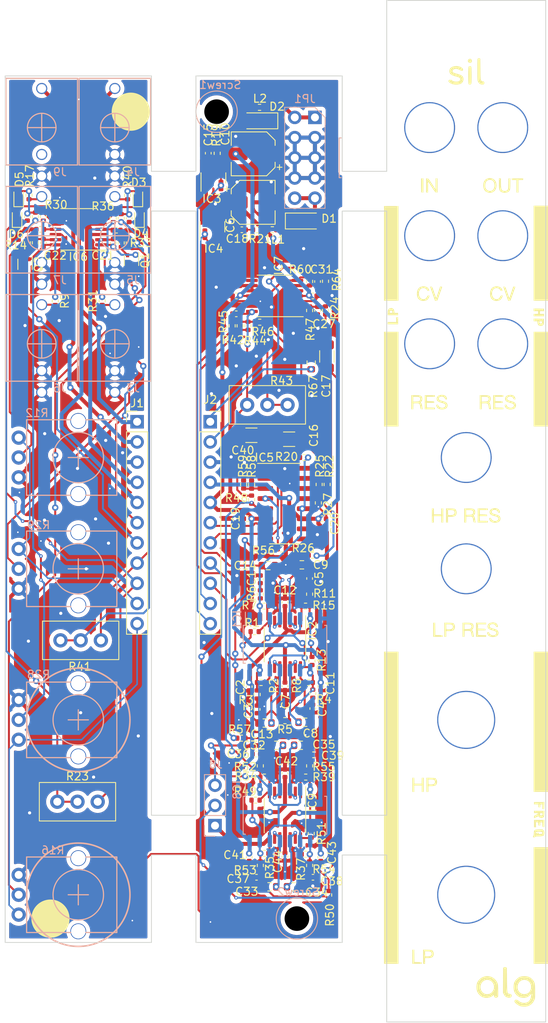
<source format=kicad_pcb>
(kicad_pcb (version 20211014) (generator pcbnew)
  (layers (0 "F.Cu" signal) (31 "B.Cu" signal) (34 "B.Paste" user) (35 "F.Paste" user) (36 "B.SilkS" user "B.Silkscreen") (37 "F.SilkS" user "F.Silkscreen") (38 "B.Mask" user) (39 "F.Mask" user) (44 "Edge.Cuts" user))
  (net 0 "")
  (net 1 "Net-(JP1-Pad1)")
  (net 2 "GND")
  (net 3 "VEE")
  (net 4 "VCC")
  (net 5 "Net-(D1-Pad2)")
  (net 6 "Net-(D1-Pad1)")
  (net 8 "Net-(IC1-Pad7)")
  (net 9 "Net-(IC1-Pad10)")
  (net 10 "Net-(C13-Pad1)")
  (net 11 "Net-(IC1-Pad15)")
  (net 16 "Net-(C17-Pad2)")
  (net 17 "Net-(C27-Pad1)")
  (net 18 "/FILTER_IN")
  (net 19 "/REF_-10")
  (net 20 "/REF_+10")
  (net 21 "Net-(C25-Pad1)")
  (net 22 "/AUDIO_IN")
  (net 23 "Net-(R38-Pad2)")
  (net 25 "/AUDIO_OUT")
  (net 26 "/_AUDIO_IN")
  (net 27 "/_AUDIO_OUT")
  (net 28 "/_F_CV_LP")
  (net 29 "/_I_RESO_LP")
  (net 30 "/F_CV_HP")
  (net 31 "/_F_CV_HP")
  (net 32 "/F_CV_LP")
  (net 33 "/I_RESO_LP")
  (net 34 "/_REF_+10")
  (net 35 "/_REF_-10")
  (net 36 "/_LP_SW")
  (net 37 "/HLP4")
  (net 38 "/HLP1")
  (net 39 "/HLP2")
  (net 40 "/HLP3")
  (net 41 "Net-(C21-Pad1)")
  (net 42 "Net-(C21-Pad2)")
  (net 43 "Net-(D3-Pad1)")
  (net 44 "Net-(Q1-Pad2)")
  (net 45 "Net-(C8-Pad1)")
  (net 46 "Net-(C9-Pad1)")
  (net 47 "Net-(C22-Pad1)")
  (net 48 "Net-(C22-Pad2)")
  (net 49 "Net-(C30-Pad1)")
  (net 50 "Net-(D5-Pad1)")
  (net 51 "/Q_CV_LP")
  (net 52 "/V_OCT_LP")
  (net 53 "/Q_CV_HP")
  (net 54 "/V_OCT_HP")
  (net 55 "/I_RESO_HP")
  (net 56 "Net-(Q2-Pad2)")
  (net 57 "Net-(C14-Pad1)")
  (net 58 "Net-(R18-Pad2)")
  (net 59 "Net-(C16-Pad1)")
  (net 60 "/HP_IN")
  (net 61 "/_I_RESO_HP")
  (net 62 "/_AUDIO_OUT_0")
  (net 63 "/_AUDIO_IN_0")
  (net 65 "Net-(C1-Pad1)")
  (net 66 "Net-(C3-Pad1)")
  (net 67 "Net-(C4-Pad1)")
  (net 68 "Net-(C5-Pad1)")
  (net 69 "Net-(C26-Pad1)")
  (net 70 "Net-(IC1-Pad2)")
  (net 71 "Net-(IC5-Pad4)")
  (net 72 "Net-(IC5-Pad13)")
  (net 73 "Net-(C32-Pad1)")
  (net 74 "/LP1")
  (net 75 "Net-(C33-Pad1)")
  (net 76 "/LP2")
  (net 77 "Net-(C34-Pad1)")
  (net 78 "/LP3")
  (net 79 "Net-(C35-Pad1)")
  (net 80 "/LP4")
  (net 81 "Net-(C36-Pad1)")
  (net 82 "Net-(C37-Pad1)")
  (net 83 "Net-(C38-Pad1)")
  (net 84 "Net-(C39-Pad1)")
  (net 85 "Net-(C40-Pad1)")
  (net 87 "Net-(IC5-Pad3)")
  (net 88 "Net-(IC5-Pad5)")
  (net 90 "Net-(IC8-Pad7)")
  (net 91 "Net-(IC8-Pad10)")
  (net 92 "Net-(IC8-Pad15)")
  (net 93 "Net-(IC5-Pad14)")
  (net 94 "/RESO HP POT")
  (net 95 "/LP POT")
  (net 96 "/HP POT")
  (net 97 "/RESO LP POT")
  (footprint "Capacitor_SMD:C_0402_1005Metric" (layer "F.Cu") (at 35.2 66.22 90)
    (fp_text reference "C12")
    (fp_text value "100n")
  )
  (footprint "Resistor_SMD:R_0402_1005Metric" (layer "F.Cu") (at 37.79 66.7 180)
    (fp_text reference "R15")
    (fp_text value "33.2k")
  )
  (footprint "Resistor_SMD:R_0402_1005Metric" (layer "F.Cu") (at 38.3 86.79 -90)
    (fp_text reference "R55")
    (fp_text value "510")
  )
  (footprint "Resistor_SMD:R_0402_1005Metric" (layer "F.Cu") (at 32.1 99.31 90)
    (fp_text reference "R53")
    (fp_text value "510")
  )
  (footprint "Diode_SMD:D_SOD-523" (layer "F.Cu") (at 16.7 15.3 90)
    (fp_text reference "D3")
    (fp_text value "1N4148")
  )
  (footprint "Resistor_SMD:R_0402_1005Metric" (layer "F.Cu") (at 33.61 19.35)
    (fp_text reference "L1")
    (fp_text value "FerriteBead")
  )
  (footprint "Resistor_SMD:R_0402_1005Metric" (layer "F.Cu") (at 39.5 51.39 90)
    (fp_text reference "R25")
    (fp_text value "33.2k")
  )
  (footprint "Capacitor_SMD:C_0402_1005Metric" (layer "F.Cu") (at 30.7 76.82 -90)
    (fp_text reference "C2")
    (fp_text value "100n")
  )
  (footprint "Capacitor_SMD:C_0402_1005Metric" (layer "F.Cu") (at 39.3 29.52 -90)
    (fp_text reference "C27")
    (fp_text value "22pF")
  )
  (footprint "Capacitor_SMD:C_0402_1005Metric" (layer "F.Cu") (at 13.6 21 90)
    (fp_text reference "C21")
    (fp_text value "560pF")
  )
  (footprint "Resistor_SMD:R_0402_1005Metric" (layer "F.Cu") (at 32.025 30.975 180)
    (fp_text reference "R46")
    (fp_text value "33.2k")
  )
  (footprint "Resistor_SMD:R_0402_1005Metric" (layer "F.Cu") (at 38.6 73.59 90)
    (fp_text reference "R13")
    (fp_text value "33.2k")
  )
  (footprint "Capacitor_SMD:C_1206_3216Metric" (layer "F.Cu") (at 35.725 45.7 180)
    (fp_text reference "C16")
    (fp_text value "4.7uF")
  )
  (footprint "Capacitor_SMD:C_0402_1005Metric" (layer "F.Cu") (at 2.8 17.72 -90)
    (fp_text reference "C30" hide)
    (fp_text value "560pF")
  )
  (footprint "Eurocad:Mounting hole" (layer "F.Cu") (at 53.775 -6.6)
    (fp_text reference "Mount1" hide)
    (fp_text value "mtop")
  )
  (footprint "Capacitor_SMD:C_0402_1005Metric" (layer "F.Cu") (at 29.095 27.675)
    (fp_text reference "C28" hide)
    (fp_text value "100n")
  )
  (footprint "Capacitor_SMD:C_0402_1005Metric" (layer "F.Cu") (at 35.2 87.72 90)
    (fp_text reference "C42")
    (fp_text value "100n")
  )
  (footprint "Resistor_SMD:R_0402_1005Metric" (layer "F.Cu") (at 38.3 25.85 90)
    (fp_text reference "R60")
    (fp_text value "30k")
  )
  (footprint "Capacitor_SMD:C_0402_1005Metric" (layer "F.Cu") (at 35.2 98.22 90)
    (fp_text reference "C44")
    (fp_text value "100n")
  )
  (footprint "Resistor_SMD:R_0402_1005Metric" (layer "F.Cu") (at 31 51.41 90)
    (fp_text reference "R58")
    (fp_text value "33.2k")
  )
  (footprint "Resistor_SMD:R_0603_1608Metric" (layer "F.Cu") (at 37.325 61.5)
    (fp_text reference "C9")
    (fp_text value "220pF")
  )
  (footprint "Resistor_SMD:R_0603_1608Metric" (layer "F.Cu") (at 33.1 61.6 180)
    (fp_text reference "C14")
    (fp_text value "220pF")
  )
  (footprint "Resistor_SMD:R_0603_1608Metric" (layer "F.Cu") (at 33.275 102 180)
    (fp_text reference "C33")
    (fp_text value "220pF")
  )
  (footprint "Capacitor_SMD:C_0402_1005Metric" (layer "F.Cu") (at 4.4 19.3)
    (fp_text reference "C24" hide)
    (fp_text value "100n")
  )
  (footprint "Eurocad:Mounting hole" (layer "F.Cu") (at 55.5 116)
    (fp_text reference "Mount2" hide)
    (fp_text value "mbot")
  )
  (footprint "Resistor_SMD:R_0402_1005Metric" (layer "F.Cu") (at 38.5 95.3 90)
    (fp_text reference "R51")
    (fp_text value "33.2k")
  )
  (footprint "Package_SO:TSSOP-14_4.4x5mm_P0.65mm" (layer "F.Cu") (at 35.2 93 -90)
    (fp_text reference "IC9")
    (fp_text value "OPA1679")
  )
  (footprint "Resistor_SMD:R_0402_1005Metric" (layer "F.Cu") (at 14.6 17.89 -90)
    (fp_text reference "R38" hide)
    (fp_text value "16.2k")
  )
  (footprint "Resistor_SMD:R_0402_1005Metric" (layer "F.Cu") (at 4.8 17.7 90)
    (fp_text reference "R30")
    (fp_text value "100k")
  )
  (footprint "Resistor_SMD:R_0402_1005Metric" (layer "F.Cu") (at 35.19 81.1)
    (fp_text reference "R5")
    (fp_text value "33.2k")
  )
  (footprint "Resistor_SMD:R_0402_1005Metric" (layer "F.Cu") (at 32.1 65.21 -90)
    (fp_text reference "R6")
    (fp_text value "510")
  )
  (footprint "Resistor_SMD:R_0603_1608Metric" (layer "F.Cu") (at 38.5 36.075 -90)
    (fp_text reference "R67")
    (fp_text value "1.0k")
  )
  (footprint "Capacitor_SMD:C_0402_1005Metric" (layer "F.Cu") (at 30.7 98.28 -90)
    (fp_text reference "C41")
    (fp_text value "100n")
  )
  (footprint "Eurocad:bourns trimpot" (layer "F.Cu") (at 32.985 41.375 180)
    (fp_text reference "R43")
    (fp_text value "100k")
  )
  (footprint "Resistor_SMD:R_0402_1005Metric" (layer "F.Cu") (at 31.69 19.35 180)
    (fp_text reference "R21")
    (fp_text value "820")
  )
  (footprint "Resistor_SMD:R_0603_1608Metric" (layer "F.Cu") (at 34.125 84.2 180)
    (fp_text reference "C32")
    (fp_text value "220pF")
  )
  (footprint "Resistor_SMD:R_0402_1005Metric" (layer "F.Cu") (at 30.555 31.435 90)
    (fp_text reference "R44")
    (fp_text value "33.2k")
  )
  (footprint "Capacitor_SMD:C_0402_1005Metric" (layer "F.Cu") (at 31.7 79.68 -90)
    (fp_text reference "C3")
    (fp_text value "560pF")
  )
  (footprint "Resistor_SMD:R_0402_1005Metric" (layer "F.Cu") (at 40.3 29.5 90)
    (fp_text reference "R24")
    (fp_text value "100k")
  )
  (footprint "Resistor_SMD:R_0603_1608Metric" (layer "F.Cu") (at 37.725 81.3)
    (fp_text reference "C8")
    (fp_text value "220pF")
  )
  (footprint "Capacitor_SMD:C_0402_1005Metric" (layer "F.Cu") (at 38.705 27.675)
    (fp_text reference "C29" hide)
    (fp_text value "100n")
  )
  (footprint "Resistor_SMD:R_0402_1005Metric" (layer "F.Cu") (at 38.7 77.71 90)
    (fp_text reference "R4")
    (fp_text value "510")
  )
  (footprint "Resistor_SMD:R_0402_1005Metric" (layer "F.Cu") (at 3 15 90)
    (fp_text reference "R17")
    (fp_text value "100k")
  )
  (footprint "Capacitor_SMD:C_0402_1005Metric" (layer "F.Cu") (at 35.2 76.78 90)
    (fp_text reference "C7")
    (fp_text value "100n")
  )
  (footprint "LOGO" (layer "F.Cu") (at 58 57.2)
    (fp_text reference "G***" hide)
    (fp_text value "LOGO" hide)
  )
  (footprint "Resistor_SMD:R_0402_1005Metric" (layer "F.Cu") (at 29.555 31.435 90)
    (fp_text reference "R42")
    (fp_text value "33.2k")
  )
  (footprint "Capacitor_SMD:C_0402_1005Metric" (layer "F.Cu") (at 39.3 25.86 90)
    (fp_text reference "C31")
    (fp_text value "22pF")
  )
  (footprint "Capacitor_SMD:C_0402_1005Metric" (layer "F.Cu") (at 38.78 85.4)
    (fp_text reference "C39")
    (fp_text value "560pF")
  )
  (footprint "Eurocad:bourns trimpot" (layer "F.Cu") (at 9.5 71)
    (fp_text reference "R41")
    (fp_text value "5k")
  )
  (footprint "Resistor_SMD:R_0402_1005Metric" (layer "F.Cu") (at 37.6 48)
    (fp_text reference "R20")
    (fp_text value "33.2k")
  )
  (footprint "Diode_SMD:D_SOD-523" (layer "F.Cu") (at 1.7 15.3 90)
    (fp_text reference "D5")
    (fp_text value "1N4148")
  )
  (footprint "Connector_PinSocket_2.54mm:PinSocket_1x11_P2.54mm_Vertical" (layer "F.Cu") (at 25.8 43.5)
    (fp_text reference "J2")
    (fp_text value "Conn_01x08_Female" hide)
  )
  (footprint "Capacitor_SMD:CP_Elec_5x5.4" (layer "F.Cu") (at 31.2 9.8 180)
    (fp_text reference "C10")
    (fp_text value "22uF")
  )
  (footprint "Capacitor_SMD:C_0402_1005Metric" (layer "F.Cu") (at 14.02 19.4)
    (fp_text reference "C23" hide)
    (fp_text value "100n")
  )
  (footprint "Resistor_SMD:R_0402_1005Metric" (layer "F.Cu") (at 15.4 15.01 90)
    (fp_text reference "R40")
    (fp_text value "100k")
  )
  (footprint "Diode_SMD:D_SOD-523" (layer "F.Cu") (at 16.9 17.9 90)
    (fp_text reference "D4")
    (fp_text value "1N4148")
  )
  (footprint "Capacitor_SMD:C_0402_1005Metric" (layer "F.Cu") (at 29.075 29.925)
    (fp_text reference "C26" hide)
    (fp_text value "22pF")
  )
  (footprint "Resistor_SMD:R_0603_1608Metric" (layer "F.Cu") (at 32.675 81.4 180)
    (fp_text reference "C13")
    (fp_text value "220pF")
  )
  (footprint "Capacitor_SMD:C_0402_1005Metric" (layer "F.Cu") (at 39.7 76.8 90)
    (fp_text reference "C11")
    (fp_text value "100n")
  )
  (footprint "Resistor_SMD:R_0402_1005Metric" (layer "F.Cu") (at 32.19 76.3)
    (fp_text reference "R2")
    (fp_text value "33.2k")
  )
  (footprint "Resistor_SMD:R_0402_1005Metric" (layer "F.Cu") (at 28.555 31.435 90)
    (fp_text reference "R45")
    (fp_text value "33.2k")
  )
  (footprint "Resistor_SMD:R_0402_1005Metric" (layer "F.Cu") (at 31.7 77.81 90)
    (fp_text reference "R3")
    (fp_text value "510")
  )
  (footprint "Resistor_SMD:R_0402_1005Metric" (layer "F.Cu") (at 2.8 21 90)
    (fp_text reference "R14")
    (fp_text value "51k")
  )
  (footprint "Connector_PinHeader_2.54mm:PinHeader_1x11_P2.54mm_Vertical" (layer "F.Cu") (at 16.6 43.5)
    (fp_text reference "J1")
    (fp_text value "Conn_01x11_Male")
  )
  (footprint "Resistor_SMD:R_0402_1005Metric" (layer "F.Cu") (at 31.39 69.9 180)
    (fp_text reference "R1")
    (fp_text value "33.2k")
  )
  (footprint "Resistor_SMD:R_0402_1005Metric" (layer "F.Cu") (at 13.6 17.89 90)
    (fp_text reference "R36")
    (fp_text value "100k")
  )
  (footprint "Resistor_SMD:R_0402_1005Metric" (layer "F.Cu") (at 3.8 20.99 -90)
    (fp_text reference "R10" hide)
    (fp_text value "51k")
  )
  (footprint "Capacitor_SMD:C_0402_1005Metric" (layer "F.Cu") (at 39.7 98.28 90)
    (fp_text reference "C43")
    (fp_text value "100n")
  )
  (footprint "Resistor_SMD:R_0402_1005Metric" (layer "F.Cu") (at 30 51.39 -90)
    (fp_text reference "R59")
    (fp_text value "1.50k")
  )
  (footprint "Resistor_SMD:R_0402_1005Metric" (layer "F.Cu") (at 26.675 9.735 -90)
    (fp_text reference "R19")
    (fp_text value "820")
  )
  (footprint "Resistor_SMD:R_0402_1005Metric" (layer "F.Cu") (at 32.61 97.8)
    (fp_text reference "R35")
    (fp_text value "33.2k")
  )
  (footprint "Resistor_SMD:R_0402_1005Metric" (layer "F.Cu") (at 6.3 28.31 90)
    (fp_text reference "R9")
    (fp_text value "22k")
  )
  (footprint "Diode_SMD:D_SOD-123" (layer "F.Cu") (at 37.5 18.25)
    (fp_text reference "D1")
    (fp_text value "1N5819")
  )
  (footprint "Resistor_SMD:R_0402_1005Metric" (layer "F.Cu") (at 31.5 91.1 180)
    (fp_text reference "R49")
    (fp_text value "33.2k")
  )
  (footprint "Package_SO:TSSOP-14_4.4x5mm_P0.65mm" (layer "F.Cu") (at 35.2 71.5 -90)
    (fp_text reference "IC2")
    (fp_text value "OPA1679")
  )
  (footprint "Capacitor_SMD:CP_Elec_5x5.4" (layer "F.Cu") (at 31.2 15.9)
    (fp_text reference "C6")
    (fp_text value "22uF")
  )
  (footprint "Capacitor_SMD:C_0402_1005Metric" (layer "F.Cu") (at 38.7 79.58 -90)
    (fp_text reference "C4")
    (fp_text value "560pF")
  )
  (footprint "Resistor_SMD:R_0402_1005Metric" (layer "F.Cu") (at 32.1 86.79 -90)
    (fp_text reference "R52")
    (fp_text value "510")
  )
  (footprint "Package_TO_SOT_SMD:SOT-23" (layer "F.Cu") (at 26.075 18.975 90)
    (fp_text reference "IC4")
    (fp_text value "LM4040B10")
  )
  (footprint "Resistor_SMD:R_0402_1005Metric" (layer "F.Cu") (at 3.8 17.7 -90)
    (fp_text reference "R18" hide)
    (fp_text value "16.2k")
  )
  (footprint "Eurocad:bourns trimpot" (layer "F.Cu") (at 9.1 91.3)
    (fp_text reference "R23")
    (fp_text value "5k")
  )
  (footprint "Package_SO:TSSOP-14_4.4x5mm_P0.65mm" (layer "F.Cu") (at 9.2 19.3 180)
    (fp_text reference "IC6")
    (fp_text value "TL074")
  )
  (footprint "Resistor_SMD:R_0603_1608Metric" (layer "F.Cu") (at 36.275 102)
    (fp_text reference "C34")
    (fp_text value "220pF")
  )
  (footprint "Diode_SMD:D_SOD-523" (layer "F.Cu") (at 1.5 17.9 90)
    (fp_text reference "D6")
    (fp_text value "1N4148")
  )
  (footprint "Resistor_SMD:R_0402_1005Metric" (layer "F.Cu") (at 40.5 51.39 -90)
    (fp_text reference "R22")
    (fp_text value "1.50k")
  )
  (footprint "Resistor_SMD:R_0402_1005Metric" (layer "F.Cu") (at 32 3.95)
    (fp_text reference "L2")
    (fp_text value "FerriteBead")
  )
  (footprint "Capacitor_SMD:C_0402_1005Metric" (layer "F.Cu") (at 15.6 17.9 -90)
    (fp_text reference "C25" hide)
    (fp_text value "560pF")
  )
  (footprint "Resistor_SMD:R_0402_1005Metric" (layer "F.Cu") (at 40.7 103.035 90)
    (fp_text reference "R50")
    (fp_text value "33.2k")
  )
  (footprint "Capacitor_SMD:C_0402_1005Metric" (layer "F.Cu") (at 31.62 100.8 180)
    (fp_text reference "C37")
    (fp_text value "560pF")
  )
  (footprint "Resistor_SMD:R_0402_1005Metric" (layer "F.Cu") (at 31 53.3 -90)
    (fp_text reference "R48")
    (fp_text value "33.2k")
  )
  (footprint "Resistor_SMD:R_0402_1005Metric" (layer "F.Cu") (at 39.4 53.71 -90)
    (fp_text reference "R27")
    (fp_text value "1.50k")
  )
  (footprint "Resistor_SMD:R_0402_1005Metric" (layer "F.Cu") (at 32.59 66.7)
    (fp_text reference "R7")
    (fp_text value "33.2k")
  )
  (footprint "Resistor_SMD:R_0402_1005Metric" (layer "F.Cu") (at 29.71 83.3)
    (fp_text reference "R57")
    (fp_text value "33.2k")
  )
  (footprint "Resistor_SMD:R_1206_3216Metric" (layer "F.Cu") (at 40.475 35.2875 90)
    (fp_text reference "C17")
    (fp_text value "4.7uF")
  )
  (footprint "Capacitor_SMD:C_0402_1005Metric" (layer "F.Cu") (at 32.1 63.32 90)
    (fp_text reference "C1")
    (fp_text value "560pF")
  )
  (footprint "Resistor_SMD:R_0402_1005Metric" (layer "F.Cu") (at 32.61 88.2)
    (fp_text reference "R34")
    (fp_text value "33.2k")
  )
  (footprint "Resistor_SMD:R_0402_1005Metric" (layer "F.Cu") (at 38.3 65.19 -90)
    (fp_text reference "R11")
    (fp_text value "510")
  )
  (footprint "Resistor_SMD:R_0402_1005Metric" (layer "F.Cu") (at 14.6 21.01 -90)
    (fp_text reference "R32" hide)
    (fp_text value "51k")
  )
  (footprint "Package_SO:TSSOP-14_4.4x5mm_P0.65mm" (layer "F.Cu") (at 33.9 27.675 180)
    (fp_text reference "IC7")
    (fp_text value "OPA1679")
  )
  (footprint "Capacitor_SMD:C_1206_3216Metric" (layer "F.Cu") (at 30.975 45.2 180)
    (fp_text reference "C40")
    (fp_text value "4.7uF")
  )
  (footprint "Resistor_SMD:R_0402_1005Metric" (layer "F.Cu") (at 34.8 59.5)
    (fp_text reference "R56")
    (fp_text value "1.50k")
  )
  (footprint "Package_TO_SOT_SMD:SOT-23" (layer "F.Cu") (at 26.2 12.8375 90)
    (fp_text reference "IC3")
    (fp_text value "LM4040B10")
  )
  (footprint "Package_TO_SOT_SMD:SOT-523" (layer "F.Cu") (at 15.9 23.2 -90)
    (fp_text reference "Q1")
    (fp_text value "MMBT3906")
  )
  (footprint "Resistor_SMD:R_0402_1005Metric" (layer "F.Cu") (at 38.3 99.31 90)
    (fp_text reference "R54")
    (fp_text value "510")
  )
  (footprint "Resistor_SMD:R_0402_1005Metric" (layer "F.Cu") (at 38.19 76.3 180)
    (fp_text reference "R8")
    (fp_text value "33.2k")
  )
  (footprint "Resistor_SMD:R_0402_1005Metric" (layer "F.Cu") (at 15.6 21.01 90)
    (fp_text reference "R33")
    (fp_text value "51k")
  )
  (footprint "Resistor_SMD:R_0603_1608Metric" (layer "F.Cu") (at 37.175 84.2)
    (fp_text reference "C35")
    (fp_text value "220pF")
  )
  (footprint "Package_SO:SOIC-16_3.9x9.9mm_P1.27mm" (layer "F.Cu") (at 35.2 53.8)
    (fp_text reference "IC5")
    (fp_text value "LM13700")
  )
  (footprint "Resistor_SMD:R_0402_1005Metric" (layer "F.Cu") (at 37.81 97.9 180)
    (fp_text reference "R37")
    (fp_text value "33.2k")
  )
  (footprint "Capacitor_SMD:C_0402_1005Metric" (layer "F.Cu") (at 25.55 9.72 90)
    (fp_text reference "C15")
    (fp_text value "100n")
  )
  (footprint "Capacitor_SMD:C_0402_1005Metric" (layer "F.Cu") (at 31.6 85.3 180)
    (fp_text reference "C36")
    (fp_text value "560pF")
  )
  (footprint "Capacitor_SMD:C_0402_1005Metric" (layer "F.Cu") (at 4.8 21 90)
    (fp_text reference "C22")
    (fp_text value "560pF")
  )
  (footprint "Capacitor_SMD:C_0402_1005Metric" (layer "F.Cu") (at 30.5 55.7)
    (fp_text reference "C19")
    (fp_text value "100n")
  )
  (footprint "Resistor_SMD:R_0402_1005Metric" (layer "F.Cu") (at 37.81 88.2 180)
    (fp_text reference "R39")
    (fp_text value "33.2k")
  )
  (footprint "Resistor_SMD:R_0402_1005Metric" (layer "F.Cu") (at 40.3 25.83 -90)
    (fp_text reference "R64")
    (fp_text value "100k")
  )
  (footprint "Capacitor_SMD:C_0402_1005Metric" (layer "F.Cu") (at 29.775 19.35 180)
    (fp_text reference "C18")
    (fp_text value "100n")
  )
  (footprint "Capacitor_SMD:C_0402_1005Metric" (layer "F.Cu") (at 38.3 63.22 90)
    (fp_text reference "C5")
    (fp_text value "560pF")
  )
  (footprint "Resistor_SMD:R_0402_1005Metric" (layer "F.Cu") (at 38.3 29.51 -90)
    (fp_text reference "R47")
    (fp_text value "68k")
  )
  (footprint "Resistor_SMD:R_0402_1005Metric" (layer "F.Cu") (at 38.69 60.3 180)
    (fp_text reference "R26")
    (fp_text value "33.2k")
  )
  (footprint "Diode_SMD:D_SOD-123" (layer "F.Cu") (at 32.05 5.65 180)
    (fp_text reference "D2")
    (fp_text value "1N5819")
  )
  (footprint "Resistor_SMD:R_0402_1005Metric" (layer "F.Cu") (at 12.2 28.3 90)
    (fp_text reference "R31")
    (fp_text value "22k")
  )
  (footprint "Capacitor_SMD:C_0402_1005Metric" (layer "F.Cu") (at 38.72 100.8)
    (fp_text reference "C38")
    (fp_text value "560pF")
  )
  (footprint "Package_TO_SOT_SMD:SOT-523" (layer "F.Cu") (at 2.5 23.7 -90)
    (fp_text reference "Q2")
    (fp_text value "MMBT3906")
  )
  (footprint "Capacitor_SMD:C_0402_1005Metric" (layer "F.Cu") (at 39.88 55.7)
    (fp_text reference "C20")
    (fp_text value "100n")
  )
  (footprint "Eurocad:PJ301M-12" (layer "B.Cu") (at 4.6 6.5 180)
    (fp_text reference "J9")
    (fp_text value "AUDIO OUT")
  )
  (footprint "Eurocad:PJ301M-12" (layer "B.Cu") (at 4.6 20.1 180)
    (fp_text reference "J7")
    (fp_text value "CV IN HP")
  )
  (footprint "Eurocad:PJ301M-12" (layer "B.Cu") (at 13.8 6.5 180)
    (fp_text reference "J4")
    (fp_text value "AUDIO IN")
  )
  (footprint "Eurocad:Alpha9mmPot" (layer "B.Cu") (at 9.2 62 90)
    (fp_text reference "R29")
    (fp_text value "RESO LP 10kB")
  )
  (footprint "Package_SO:SOIC-16_4.55x10.3mm_P1.27mm" (layer "B.Cu") (at 35.2 93 -90)
    (fp_text reference "IC8")
    (fp_text value "V2164SZ")
  )
  (footprint "Eurocad:Alpha9mmPot" (layer "B.Cu") (at 9.2 48 90)
    (fp_text reference "R12")
    (fp_text value "RESO HP 10kB")
  )
  (footprint "Eurocad:Alpha9mmPot" (layer "B.Cu") (at 9.2 103 90)
    (fp_text reference "R16")
    (fp_text value "FREQ LP 10kB")
  )
  (footprint "Eurocad:Alpha9mmPot" (layer "B.Cu") (at 9.2 81 90)
    (fp_text reference "R28")
    (fp_text value "FREQ HP 10kB")
  )
  (footprint "Eurocad:PJ301M-12" (layer "B.Cu") (at 13.8 33.7 180)
    (fp_text reference "J3")
    (fp_text value "RESO IN LP")
  )
  (footprint "Connector_PinHeader_2.54mm:PinHeader_1x03_P2.54mm_Vertical" (layer "B.Cu") (at 26.4 94.3)
    (fp_text reference "J8")
    (fp_text value "Conn_01x03_Male")
  )
  (footprint "Eurocad:PJ301M-12" (layer "B.Cu") (at 4.6 33.7 180)
    (fp_text reference "J6")
    (fp_text value "RESO IN HP")
  )
  (footprint "Eurocad:Power_small" (layer "B.Cu") (at 37.7 10.3 180)
    (fp_text reference "JP1")
    (fp_text value "M05X2SHD")
  )
  (footprint "Eurocad:M3 Screw" (layer "B.Cu") (at 26.6 4.5 180)
    (fp_text reference "Screw1")
    (fp_text value "M3")
  )
  (footprint "Eurocad:PJ301M-12" (layer "B.Cu") (at 13.8 20.1 180)
    (fp_text reference "J5")
    (fp_text value "CV IN LP")
  )
  (footprint "Package_SO:SOIC-16_4.55x10.3mm_P1.27mm" (layer "B.Cu") (at 35.2 71.5 -90)
    (fp_text reference "IC1")
    (fp_text value "V2164SZ")
  )
  (footprint "Eurocad:M3 Screw" (layer "B.Cu") (at 36.7 106 180)
    (fp_text reference "Screw2")
    (fp_text value "M3")
  )
  (gr_circle (center 9.2 103) (end 15.7 103) (layer "B.SilkS") (width 0.2) (fill none))
  (gr_circle (center 9.2 81) (end 15.7 81) (layer "B.SilkS") (width 0.2) (fill none))
  (gr_circle (center 5.7 106) (end 8.05 106) (layer "F.SilkS") (width 0.1) (fill solid))
  (gr_circle (center 15.8 4.5) (end 18.15 4.5) (layer "F.SilkS") (width 0.1) (fill solid))
  (gr_line locked (start 42.4 98) (end 48 98) (layer "Edge.Cuts") (width 0.1))
  (gr_line locked (start 0 109) (end 18.4 109) (layer "Edge.Cuts") (width 0.1))
  (gr_line locked (start 42.4 109) (end 42.4 98) (layer "Edge.Cuts") (width 0.1))
  (gr_line locked (start 0 0) (end 0 109) (layer "Edge.Cuts") (width 0.1))
  (gr_line locked (start 24 93) (end 24 17) (layer "Edge.Cuts") (width 0.1))
  (gr_line locked (start 18.4 98) (end 24 98) (layer "Edge.Cuts") (width 0.1))
  (gr_line locked (start 48 -9.5) (end 68 -9.5) (layer "Edge.Cuts") (width 0.1))
  (gr_line locked (start 42.4 93) (end 48 93) (layer "Edge.Cuts") (width 0.1))
  (gr_line locked (start 0 0) (end 18.4 0) (layer "Edge.Cuts") (width 0.1))
  (gr_line locked (start 18.4 12) (end 24 12) (layer "Edge.Cuts") (width 0.1))
  (gr_line locked (start 48 93) (end 48 17) (layer "Edge.Cuts") (width 0.1))
  (gr_line locked (start 24 109) (end 42.4 109) (layer "Edge.Cuts") (width 0.1))
  (gr_line locked (start 42.4 0) (end 42.4 12) (layer "Edge.Cuts") (width 0.1))
  (gr_line locked (start 18.4 93) (end 24 93) (layer "Edge.Cuts") (width 0.1))
  (gr_line locked (start 42.4 17) (end 42.4 93) (layer "Edge.Cuts") (width 0.1))
  (gr_line locked (start 48 12) (end 48 -9.5) (layer "Edge.Cuts") (width 0.1))
  (gr_line locked (start 18.4 109) (end 18.4 98) (layer "Edge.Cuts") (width 0.1))
  (gr_line locked (start 18.4 17) (end 24 17) (layer "Edge.Cuts") (width 0.1))
  (gr_line locked (start 48 98) (end 48 119) (layer "Edge.Cuts") (width 0.1))
  (gr_line locked (start 24 98) (end 24 109) (layer "Edge.Cuts") (width 0.1))
  (gr_line locked (start 68 119) (end 68 -9.5) (layer "Edge.Cuts") (width 0.1))
  (gr_line locked (start 42.4 17) (end 48 17) (layer "Edge.Cuts") (width 0.1))
  (gr_line locked (start 18.4 17) (end 18.4 93) (layer "Edge.Cuts") (width 0.1))
  (gr_line locked (start 48 119) (end 68 119) (layer "Edge.Cuts") (width 0.1))
  (gr_line locked (start 42.4 12) (end 48 12) (layer "Edge.Cuts") (width 0.1))
  (gr_line locked (start 18.4 0) (end 18.4 12) (layer "Edge.Cuts") (width 0.1))
  (gr_line locked (start 24 12) (end 24 0) (layer "Edge.Cuts") (width 0.1))
  (gr_line locked (start 24 0) (end 42.4 0) (layer "Edge.Cuts") (width 0.1))
  (via (at 58 81) (size 7.3) (drill 7) (layers "F.Cu" "B.Cu") (net 0))
  (via (at 53.4 33.7) (size 6.4) (drill 6.1) (layers "F.Cu" "B.Cu") (net 0))
  (via (at 62.6 20.1) (size 6.4) (drill 6.1) (layers "F.Cu" "B.Cu") (net 0))
  (via (at 58 62) (size 6.4) (drill 6.1) (layers "F.Cu" "B.Cu") (net 0))
  (via (at 58 103) (size 7.3) (drill 7) (layers "F.Cu" "B.Cu") (net 0))
  (via (at 53.4 6.5) (size 6.4) (drill 6.1) (layers "F.Cu" "B.Cu") (net 0))
  (via (at 58 48) (size 6.4) (drill 6.1) (layers "F.Cu" "B.Cu") (net 0))
  (via (at 53.4 20.1) (size 6.4) (drill 6.1) (layers "F.Cu" "B.Cu") (net 0))
  (via (at 62.6 6.5) (size 6.4) (drill 6.1) (layers "F.Cu" "B.Cu") (net 0))
  (via (at 62.6 33.7) (size 6.4) (drill 6.1) (layers "F.Cu" "B.Cu") (net 0))
  (segment (start 35.16 3.95) (end 32.51 3.95) (width 0.5) (layer "F.Cu") (net 1))
  (segment (start 36.43 5.22) (end 35.16 3.95) (width 0.5) (layer "F.Cu") (net 1))
  (segment (start 38.97 5.22) (end 36.43 5.22) (width 0.5) (layer "F.Cu") (net 1))
  (segment (start 35.85 74.3625) (end 35.85 75.45) (width 0.25) (layer "F.Cu") (net 2))
  (segment (start 34 76) (end 34.55 75.45) (width 0.25) (layer "F.Cu") (net 2))
  (segment (start 39.185 28.015) (end 39.185 27.675) (width 0.25) (layer "F.Cu") (net 2))
  (segment (start 35.9 27.025) (end 35.6 27.325) (width 0.25) (layer "F.Cu") (net 2))
  (segment (start 29 28.325) (end 28.615 27.94) (width 0.25) (layer "F.Cu") (net 2))
  (segment (start 35.85 68.6375) (end 35.85 67.45) (width 0.25) (layer "F.Cu") (net 2))
  (segment (start 32.075 28.325) (end 32.1 28.35) (width 0.25) (layer "F.Cu") (net 2))
  (segment (start 7.275 18.65) (end 7.7 18.225) (width 0.25) (layer "F.Cu") (net 2))
  (segment (start 16 106.25) (end 16 100.223196) (width 0.25) (layer "F.Cu") (net 2))
  (segment (start 24.325 104.925) (end 25.825 106.425) (width 0.25) (layer "F.Cu") (net 2))
  (segment (start 28.615 27.94) (end 28.615 27.675) (width 0.25) (layer "F.Cu") (net 2))
  (segment (start 36.7625 28.325) (end 38.875 28.325) (width 0.25) (layer "F.Cu") (net 2))
  (segment (start 34.55 67.45) (end 34.55 68.6375) (width 0.25) (layer "F.Cu") (net 2))
  (segment (start 7.675 20.525) (end 7.675 21.15) (width 0.25) (layer "F.Cu") (net 2))
  (segment (start 35.31 59.5) (end 35.31 60.09) (width 0.25) (layer "F.Cu") (net 2))
  (segment (start 24.051784 97.87498) (end 24.325 98.148196) (width 0.25) (layer "F.Cu") (net 2))
  (segment (start 38.875 28.325) (end 39.185 28.015) (width 0.25) (layer "F.Cu") (net 2))
  (segment (start 31.0375 28.325) (end 29 28.325) (width 0.25) (layer "F.Cu") (net 2))
  (segment (start 40.4 55.22) (end 40.4 55.7) (width 0.25) (layer "F.Cu") (net 2))
  (segment (start 35.85 75.45) (end 36.4 76) (width 0.25) (layer "F.Cu") (net 2))
  (segment (start 6.3375 18.65) (end 7.275 18.65) (width 0.25) (layer "F.Cu") (net 2))
  (segment (start 34.55 90.1375) (end 34.55 89.15) (width 0.25) (layer "F.Cu") (net 2))
  (segment (start 33.1 60.4) (end 32.7 60) (width 0.25) (layer "F.Cu") (net 2))
  (segment (start 35.85 95.8625) (end 35.85 96.75) (width 0.25) (layer "F.Cu") (net 2))
  (segment (start 24.325 98.148196) (end 24.325 104.925) (width 0.25) (layer "F.Cu") (net 2))
  (segment (start 35.9 28.325) (end 36.7625 28.325) (width 0.25) (layer "F.Cu") (net 2))
  (segment (start 34.55 89.15) (end 34 88.6) (width 0.25) (layer "F.Cu") (net 2))
  (segment (start 35.6 27.325) (end 35.6 28.025) (width 0.25) (layer "F.Cu") (net 2))
  (segment (start 34.55 95.8625) (end 34.55 96.85) (width 0.25) (layer "F.Cu") (net 2))
  (segment (start 6.3375 19.95) (end 7.1 19.95) (width 0.25) (layer "F.Cu") (net 2))
  (segment (start 35.85 90.1375) (end 35.85 89.15) (width 0.25) (layer "F.Cu") (net 2))
  (segment (start 35 60.4) (end 33.1 60.4) (width 0.25) (layer "F.Cu") (net 2))
  (segment (start 31.7 80.16) (end 31.74 80.16) (width 0.25) (layer "F.Cu") (net 2))
  (segment (start 35.31 60.09) (end 35 60.4) (width 0.25) (layer "F.Cu") (net 2))
  (segment (start 7.1 19.95) (end 7.675 20.525) (width 0.25) (layer "F.Cu") (net 2))
  (segment (start 36.7625 27.025) (end 35.9 27.025) (width 0.25) (layer "F.Cu") (net 2))
  (segment (start 18.348216 97.87498) (end 24.051784 97.87498) (width 0.25) (layer "F.Cu") (net 2))
  (segment (start 16 100.223196) (end 18.348216 97.87498) (width 0.25) (layer "F.Cu") (net 2))
  (segment (start 34.55 75.45) (end 34.55 74.3625) (width 0.25) (layer "F.Cu") (net 2))
  (segment (start 31.74 80.16) (end 32.6 79.3) (width 0.25) (layer "F.Cu") (net 2))
  (segment (start 34 66.9) (end 34.55 67.45) (width 0.25) (layer "F.Cu") (net 2))
  (segment (start 34.55 96.85) (end 34 97.4) (width 0.25) (layer "F.Cu") (net 2))
  (segment (start 35.85 89.15) (end 36.4 88.6) (width 0.25) (layer "F.Cu") (net 2))
  (segment (start 39.4 54.22) (end 40.4 55.22) (width 0.25) (layer "F.Cu") (net 2))
  (segment (start 35.6 28.025) (end 35.9 28.325) (width 0.25) (layer "F.Cu") (net 2))
  (segment (start 35.85 96.75) (end 36.5 97.4) (width 0.25) (layer "F.Cu") (net 2))
  (segment (start 35.85 67.45) (end 36.4 66.9) (width 0.25) (layer "F.Cu") (net 2))
  (segment (start 31.0375 28.325) (end 32.075 28.325) (width 0.25) (layer "F.Cu") (net 2))
  (via (at 11.125 88.2) (size 0.8) (drill 0.4) (layers "F.Cu" "B.Cu") (net 2))
  (via (at 7.675 21.15) (size 0.46) (drill 0.2) (layers "F.Cu" "B.Cu") (net 2))
  (via (at 39.7 63.6) (size 0.8) (drill 0.4) (layers "F.Cu" "B.Cu") (net 2))
  (via (at 9.275 2.95) (size 0.46) (drill 0.2) (layers "F.Cu" "B.Cu") (net 2))
  (via (at 35.2 100.1) (size 0.46) (drill 0.2) (layers "F.Cu" "B.Cu") (net 2))
  (via (at 29 7.6) (size 0.8) (drill 0.4) (layers "F.Cu" "B.Cu") (net 2))
  (via (at 6.875 15.3) (size 0.46) (drill 0.2) (layers "F.Cu" "B.Cu") (net 2))
  (via (at 34 76) (size 0.46) (drill 0.2) (layers "F.Cu" "B.Cu") (net 2))
  (via (at 3.075 92.7) (size 0.8) (drill 0.4) (layers "F.Cu" "B.Cu") (net 2))
  (via (at 25.825 106.425) (size 0.46) (drill 0.2) (layers "F.Cu" "B.Cu") (net 2))
  (via (at 37.8 82.9) (size 0.46) (drill 0.2) (layers "F.Cu" "B.Cu") (net 2))
  (via (at 36.6 100.1) (size 0.46) (drill 0.2) (layers "F.Cu" "B.Cu") (net 2))
  (via (at 16.8 34.1) (size 0.46) (drill 0.2) (layers "F.Cu" "B.Cu") (net 2))
  (via (at 11.275 12.85) (size 0.8) (drill 0.4) (layers "F.Cu" "B.Cu") (net 2))
  (via (at 34.45 39.55) (size 0.8) (drill 0.4) (layers "F.Cu" "B.Cu") (net 2))
  (via (at 1.6 57.4) (size 0.46) (drill 0.2) (layers "F.Cu" "B.Cu") (net 2))
  (via (at 12.625 30.25) (size 0.8) (drill 0.4) (layers "F.Cu" "B.Cu") (net 2))
  (via (at 35.175 49.4) (size 0.8) (drill 0.4) (layers "F.Cu" "B.Cu") (net 2))
  (via (at 37.55 21.725) (size 0.8) (drill 0.4) (layers "F.Cu" "B.Cu") (net 2))
  (via (at 1.8 52.4) (size 0.46) (drill 0.2) (layers "F.Cu" "B.Cu") (net 2))
  (via (at 36.6 64.4) (size 0.46) (drill 0.2) (layers "F.Cu" "B.Cu") (net 2))
  (via (at 40.2 66.5) (size 0.46) (drill 0.2) (layers "F.Cu" "B.Cu") (net 2))
  (via (at 32.625 24.125) (size 0.8) (drill 0.4) (layers "F.Cu" "B.Cu") (net 2))
  (via (at 14.775 47.4) (size 0.8) (drill 0.4) (layers "F.Cu" "B.Cu") (net 2))
  (via (at 35.575 57.525) (size 0.8) (drill 0.4) (layers "F.Cu" "B.Cu") (net 2))
  (via (at 39.4 54.2) (size 0.46) (drill 0.2) (layers "F.Cu" "B.Cu") (net 2))
  (via (at 28.175 86.425) (size 0.46) (drill 0.2) (layers "F.Cu" "B.Cu") (net 2))
  (via (at 29.075 36.475) (size 0.8) (drill 0.4) (layers "F.Cu" "B.Cu") (net 2))
  (via (at 31.6 35.25) (size 0.8) (drill 0.4) (layers "F.Cu" "B.Cu") (net 2))
  (via (at 39.8 93.9) (size 0.46) (drill 0.2) (layers "F.Cu" "B.Cu") (net 2))
  (via (at 16 106.25) (size 0.46) (drill 0.2) (layers "F.Cu" "B.Cu") (net 2))
  (via (at 29.175 13.35) (size 0.8) (drill 0.4) (layers "F.Cu" "B.Cu") (net 2))
  (via (at 6.8 30.775) (size 0.8) (drill 0.4) (layers "F.Cu" "B.Cu") (net 2))
  (via (at 16.8 25.2) (size 0.46) (drill 0.2) (layers "F.Cu" "B.Cu") (net 2))
  (via (at 25.025 71.275) (size 0.8) (drill 0.4) (layers "F.Cu" "B.Cu") (net 2))
  (via (at 29.4 81) (size 0.46) (drill 0.2) (layers "F.Cu" "B.Cu") (net 2))
  (via (at 32.1 28.35) (size 0.46) (drill 0.2) (layers "F.Cu" "B.Cu") (net 2))
  (via (at 17.4 19.7) (size 0.46) (drill 0.2) (layers "F.Cu" "B.Cu") (net 2))
  (via (at 29.95 78.125) (size 0.8) (drill 0.4) (layers "F.Cu" "B.Cu") (net 2))
  (via (at 26 80.2) (size 0.8) (drill 0.4) (layers "F.Cu" "B.Cu") (net 2))
  (via (at 33.7 63.8) (size 0.8) (drill 0.4) (layers "F.Cu" "B.Cu") (net 2))
  (via (at 33.1 33.175) (size 0.8) (drill 0.4) (layers "F.Cu" "B.Cu") (net 2))
  (via (at 2.925 71.1) (size 0.8) (drill 0.4) (layers "F.Cu" "B.Cu") (net 2))
  (via (at 7.7 18.225) (size 0.46) (drill 0.2) (layers "F.Cu" "B.Cu") (net 2))
  (via (at 33.9 85.8) (size 0.46) (drill 0.2) (layers "F.Cu" "B.Cu") (net 2))
  (via (at 29.15 62.85) (size 0.8) (drill 0.4) (layers "F.Cu" "B.Cu") (net 2))
  (via (at 9.1 49.375) (size 0.8) (drill 0.4) (layers "F.Cu" "B.Cu") (net 2))
  (via (at 32.7 60) (size 0.46) (drill 0.2) (layers "F.Cu" "B.Cu") (net 2))
  (via (at 4.5 58.5) (size 0.46) (drill 0.2) (layers "F.Cu" "B.Cu") (net 2))
  (via (at 39.35 31.75) (size 0.8) (drill 0.4) (layers "F.Cu" "B.Cu") (net 2))
  (via (at 13.2 34.9) (size 0.46) (drill 0.2) (layers "F.Cu" "B.Cu") (net 2))
  (via (at 36.5 97.4) (size 0.46) (drill 0.2) (layers "F.Cu" "B.Cu") (net 2))
  (via (at 32.1 84.2) (size 0.46) (drill 0.2) (layers "F.Cu" "B.Cu") (net 2))
  (via (at 36.4 66.9) (size 0.46) (drill 0.2) (layers "F.Cu" "B.Cu") (net 2))
  (via (at 16.4 37.4) (size 0.46) (drill 0.2) (layers "F.Cu" "B.Cu") (net 2))
  (via (at 33.9 65) (size 0.46) (drill 0.2) (layers "F.Cu" "B.Cu") (net 2))
  (via (at 40.9 83.1) (size 0.8) (drill 0.4) (layers "F.Cu" "B.Cu") (net 2))
  (via (at 2.5 31.4) (size 0.8) (drill 0.4) (layers "F.Cu" "B.Cu") (net 2))
  (via (at 33.2 93.9) (size 0.46) (drill 0.2) (layers "F.Cu" "B.Cu") (net 2))
  (via (at 36.25 32.375) (size 0.8) (drill 0.4) (layers "F.Cu" "B.Cu") (net 2))
  (via (at 33.5 29.075) (size 0.8) (drill 0.4) (layers "F.Cu" "B.Cu") (net 2))
  (via (at 34.65 79.35) (size 0.46) (drill 0.2) (layers "F.Cu" "B.Cu") (net 2))
  (via (at 35.3 61.5) (size 0.46) (drill 0.2) (layers "F.Cu" "B.Cu") (net 2))
  (via (at 13.175 51.9) (size 0.46) (drill 0.2) (layers "F.Cu" "B.Cu") (net 2))
  (via (at 28.425 47.925) (size 0.8) (drill 0.4) (layers "F.Cu" "B.Cu") (net 2))
  (via (at 36.4 88.6) (size 0.46) (drill 0.2) (layers "F.Cu" "B.Cu") (net 2))
  (via (at 35.175 35.65) (size 0.8) (drill 0.4) (layers "F.Cu" "B.Cu") (net 2))
  (via (at 7 67.6) (size 0.8) (drill 0.4) (layers "F.Cu" "B.Cu") (net 2))
  (via (at 26.55 26.575) (size 0.8) (drill 0.4) (layers "F.Cu" "B.Cu") (net 2))
  (via (at 38.7 101.9) (size 0.8) (drill 0.4) (layers "F.Cu" "B.Cu") (net 2))
  (via (at 9.5 80.1) (size 0.8) (drill 0.4) (layers "F.Cu" "B.Cu") (net 2))
  (via (at 32.6 79.3) (size 0.46) (drill 0.2) (layers "F.Cu" "B.Cu") (net 2))
  (via (at 13 58.775) (size 0.8) (drill 0.4) (layers "F.Cu" "B.Cu") (net 2))
  (via (at 37.3 94) (size 0.46) (drill 0.2) (layers "F.Cu" "B.Cu") (net 2))
  (via (at 10.2 62) (size 0.8) (drill 0.4) (layers "F.Cu" "B.Cu") (net 2))
  (via (at 16.75 83.025) (size 0.8) (drill 0.4) (layers "F.Cu" "B.Cu") (net 2))
  (via (at 7.3 22.625) (size 0.46) (drill 0.2) (layers "F.Cu" "B.Cu") (net 2))
  (via (at 34 66.9) (size 0.46) (drill 0.2) (layers "F.Cu" "B.Cu") (net 2))
  (via (at 28 90.45) (size 0.46) (drill 0.2) (layers "F.Cu" "B.Cu") (net 2))
  (via (at 4.95 55.875) (size 0.8) (drill 0.4) (layers "F.Cu" "B.Cu") (net 2))
  (via (at 33.475 13.325) (size 0.8) (drill 0.4) (layers "F.Cu" "B.Cu") (net 2))
  (via (at 4.975 45) (size 0.8) (drill 0.4) (layers "F.Cu" "B.Cu") (net 2))
  (via (at 16.8 41) (size 0.46) (drill 0.2) (layers "F.Cu" "B.Cu") (net 2))
  (via (at 34 97.4) (size 0.46) (drill 0.2) (layers "F.Cu" "B.Cu") (net 2))
  (via (at 26.45 16.1) (size 0.8) (drill 0.4) (layers "F.Cu" "B.Cu") (net 2))
  (via (at 36.4 76) (size 0.46) (drill 0.2) (layers "F.Cu" "B.Cu") (net 2))
  (via (at 30.1 48.6) (size 0.8) (drill 0.4) (layers "F.Cu" "B.Cu") (net 2))
  (via (at 28.9 55.7) (size 0.8) (drill 0.4) (layers "F.Cu" "B.Cu") (net 2))
  (via (at 1.05 19.725) (size 0.8) (drill 0.4) (layers "F.Cu" "B.Cu") (net 2))
  (via (at 16.6 21) (size 0.8) (drill 0.4) (layers "F.Cu" "B.Cu") (net 2))
  (via (at 11.375 55.725) (size 0.8) (drill 0.4) (layers "F.Cu" "B.Cu") (net 2))
  (via (at 38.575 40.225) (size 0.8) (drill 0.4) (layers "F.Cu" "B.Cu") (net 2))
  (via (at 33.8 99.9) (size 0.46) (drill 0.2) (layers "F.Cu" "B.Cu") (net 2))
  (via (at 35.8 51.275) (size 0.46) (drill 0.2) (layers "F.Cu" "B.Cu") (net 2))
  (via (at 40.625 71.15) (size 0.8) (drill 0.4) (layers "F.Cu" "B.Cu") (net 2))
  (via (at 28.275 18.375) (size 0.8) (drill 0.4) (layers "F.Cu" "B.Cu") (net 2))
  (via (at 12.65 45.85) (size 0.8) (drill 0.4) (layers "F.Cu" "B.Cu") (net 2))
  (via (at 34 88.6) (size 0.46) (drill 0.2) (layers "F.Cu" "B.Cu") (net 2))
  (via (at 25.95 39.975) (size 0.8) (drill 0.4) (layers "F.Cu" "B.Cu") (net 2))
  (via (at 39.275 57.7) (size 0.8) (drill 0.4) (layers "F.Cu" "B.Cu") (net 2))
  (via (at 41.125 27.625) (size 0.8) (drill 0.4) (layers "F.Cu" "B.Cu") (net 2))
  (segment (start 27.325 37.275) (end 27.325 52.135) (width 0.5) (layer "F.Cu") (net 3))
  (segment (start 30.4 8.4) (end 29 9.8) (width 0.5) (layer "F.Cu") (net 3))
  (segment (start 31 55.536293) (end 30.063707 54.6) (width 0.5) (layer "F.Cu") (net 3))
  (segment (start 26.74 54.6) (end 25.8 53.66) (width 0.5) (layer "F.Cu") (net 3))
  (segment (start 35.2 74.3625) (end 35.2 76.3) (width 0.5) (layer "F.Cu") (net 3))
  (segment (start 4.88 19.3) (end 6.3375 19.3) (width 0.25) (layer "F.Cu") (net 3))
  (segment (start 27.325 52.135) (end 25.8 53.66) (width 0.5) (layer "F.Cu") (net 3))
  (segment (start 29.575 27.675) (end 31.0375 27.675) (width 0.25) (layer "F.Cu") (net 3))
  (segment (start 30.98 55.7) (end 31 55.7) (width 0.5) (layer "F.Cu") (net 3))
  (segment (start 30.4 5.65) (end 30.4 8.4) (width 0.5) (layer "F.Cu") (net 3))
  (segment (start 31 55.7) (end 31 55.536293) (width 0.5) (layer "F.Cu") (net 3))
  (segment (start 28.425 9.225) (end 26.675 9.225) (width 0.5) (layer "F.Cu") (net 3))
  (segment (start 31 55.7) (end 32.72 55.7) (width 0.5) (layer "F.Cu") (net 3))
  (segment (start 35.2 74.3625) (end 35.2 71.7) (width 0.5) (layer "F.Cu") (net 3))
  (segment (start 35.2 71.7) (end 35.3 71.6) (width 0.5) (layer "F.Cu") (net 3))
  (segment (start 35.2 95.8625) (end 35.2 97.74) (width 0.5) (layer "F.Cu") (net 3))
  (segment (start 31.49 4.56) (end 30.4 5.65) (width 0.5) (layer "F.Cu") (net 3))
  (segment (start 37 92.7) (end 36.1 92.7) (width 0.5) (layer "F.Cu") (net 3))
  (segment (start 29 9.8) (end 28.425 9.225) (width 0.5) (layer "F.Cu") (net 3))
  (segment (start 36.1 92.7) (end 35.2 93.6) (width 0.5) (layer "F.Cu") (net 3))
  (segment (start 31.49 3.95) (end 31.49 4.56) (width 0.5) (layer "F.Cu") (net 3))
  (segment (start 30.063707 54.6) (end 26.74 54.6) (width 0.5) (layer "F.Cu") (net 3))
  (segment (start 35.2 93.6) (end 35.2 95.8625) (width 0.5) (layer "F.Cu") (net 3))
  (segment (start 32.72 55.7) (end 32.725 55.705) (width 0.5) (layer "F.Cu") (net 3))
  (via (at 29.575 27.6005) (size 0.8) (drill 0.4) (layers "F.Cu" "B.Cu") (net 3))
  (via (at 31 55.7) (size 0.8) (drill 0.4) (layers "F.Cu" "B.Cu") (net 3))
  (via (at 39.7 97.8) (size 0.8) (drill 0.4) (layers "F.Cu" "B.Cu") (net 3))
  (via (at 37 92.7) (size 0.8) (drill 0.4) (layers "F.Cu" "B.Cu") (net 3))
  (via (at 27.325 37.275) (size 0.8) (drill 0.4) (layers "F.Cu" "B.Cu") (net 3))
  (via (at 6.3375 19.3) (size 0.46) (drill 0.2) (layers "F.Cu" "B.Cu") (net 3))
  (via (at 29 9.8) (size 0.8) (drill 0.4) (layers "F.Cu" "B.Cu") (net 3))
  (via (at 39.7 76.3) (size 0.8) (drill 0.4) (layers "F.Cu" "B.Cu") (net 3))
  (via (at 35.3 71.6) (size 0.8) (drill 0.4) (layers "F.Cu" "B.Cu") (net 3))
  (segment (start 37 92.7) (end 40.525 92.7) (width 0.5) (layer "B.Cu") (net 3))
  (segment (start 27.325 29.8505) (end 29.575 27.6005) (width 0.5) (layer "B.Cu") (net 3))
  (segment (start 31.104511 11.904511) (end 31.104511 26.070989) (width 0.5) (layer "B.Cu") (net 3))
  (segment (start 27.325 37.275) (end 27.325 29.8505) (width 0.5) (layer "B.Cu") (net 3))
  (segment (start 39.7 86.4) (end 40.7 87.4) (width 0.5) (layer "B.Cu") (net 3))
  (segment (start 28.8 67.3) (end 31 65.1) (width 0.5) (layer "B.Cu") (net 3))
  (segment (start 31.013869 71.6) (end 28.8 69.386131) (width 0.5) (layer "B.Cu") (net 3))
  (segment (start 28.8 69.386131) (end 28.8 67.3) (width 0.5) (layer "B.Cu") (net 3))
  (segment (start 16.6 53.66) (end 7.1 44.16) (width 0.5) (layer "B.Cu") (net 3))
  (segment (start 40.7 87.4) (end 40.7 92.525) (width 0.5) (layer "B.Cu") (net 3))
  (segment (start 40.7 95.195) (end 39.645 96.25) (width 0.5) (layer "B.Cu") (net 3))
  (segment (start 7.3 19.3) (end 9.6 21.6) (width 0.25) (layer "B.Cu") (net 3))
  (segment (start 38.600011 72.200011) (end 39.7 73.3) (width 0.5) (layer "B.Cu") (net 3))
  (segment (start 35.3 71.6) (end 36.449109 71.6) (width 0.5) (layer "B.Cu") (net 3))
  (segment (start 31 65.1) (end 31 55.7) (width 0.5) (layer "B.Cu") (net 3))
  (segment (start 9.6 40) (end 9.6 21.6) (width 0.5) (layer "B.Cu") (net 3))
  (segment (start 39.7 76.3) (end 39.7 86.4) (width 0.5) (layer "B.Cu") (net 3))
  (segment (start 7.1 44.16) (end 7.1 42.5) (width 0.5) (layer "B.Cu") (net 3))
  (segment (start 39.645 96.25) (end 39.645 97.745) (width 0.5) (layer "B.Cu") (net 3))
  (segment (start 36.449109 71.6) (end 37.04912 72.200011) (width 0.5) (layer "B.Cu") (net 3))
  (segment (start 40.7 92.525) (end 40.7 95.195) (width 0.5) (layer "B.Cu") (net 3))
  (segment (start 29 9.8) (end 31.104511 11.904511) (width 0.5) (layer "B.Cu") (net 3))
  (segment (start 6.3375 19.3) (end 7.3 19.3) (width 0.25) (layer "B.Cu") (net 3))
  (segment (start 7.1 42.5) (end 9.6 40) (width 0.5) (layer "B.Cu") (net 3))
  (segment (start 40.525 92.7) (end 40.7 92.525) (width 0.5) (layer "B.Cu") (net 3))
  (segment (start 31.104511 26.070989) (end 29.575 27.6005) (width 0.5) (layer "B.Cu") (net 3))
  (segment (start 39.645 97.745) (end 39.7 97.8) (width 0.5) (layer "B.Cu") (net 3))
  (segment (start 39.7 73.3) (end 39.7 76.3) (width 0.5) (layer "B.Cu") (net 3))
  (segment (start 35.3 71.6) (end 31.013869 71.6) (width 0.5) (layer "B.Cu") (net 3))
  (segment (start 37.04912 72.200011) (end 38.600011 72.200011) (width 0.5) (layer "B.Cu") (net 3))
  (segment (start 32.2 19.1) (end 32.2 19.35) (width 0.5) (layer "F.Cu") (net 4))
  (segment (start 40.478757 57.403757) (end 39.4 56.325) (width 0.5) (layer "F.Cu") (net 4))
  (segment (start 37.122151 55.705) (end 37.301314 55.705) (width 0.5) (layer "F.Cu") (net 4))
  (segment (start 40.549511 64.150489) (end 40.549511 63.24812) (width 0.5) (layer "F.Cu") (net 4))
  (segment (start 35.993545 69.75452) (end 36.218536 69.979511) (width 0.5) (layer "F.Cu") (net 4))
  (segment (start 35.551377 69.75452) (end 35.993545 69.75452) (width 0.5) (layer "F.Cu") (net 4))
  (segment (start 12.0625 19.3) (end 13.44 19.3) (width 0.25) (layer "F.Cu") (net 4))
  (segment (start 40.478757 63.177366) (end 40.478757 57.403757) (width 0.5) (layer "F.Cu") (net 4))
  (segment (start 35.548429 69.751571) (end 35.551377 69.75452) (width 0.5) (layer "F.Cu") (net 4))
  (segment (start 33.3 92.6) (end 34.4 92.6) (width 0.5) (layer "F.Cu") (net 4))
  (segment (start 37.675 55.705) (end 39.395 55.705) (width 0.5) (layer "F.Cu") (net 4))
  (segment (start 39.224511 68.60188) (end 39.224511 65.475489) (width 0.5) (layer "F.Cu") (net 4))
  (segment (start 40.549511 63.24812) (end 40.478757 63.177366) (width 0.5) (layer "F.Cu") (net 4))
  (segment (start 39.224511 65.475489) (end 40.549511 64.150489) (width 0.5) (layer "F.Cu") (net 4))
  (segment (start 35.2 68.6375) (end 35.2 66.7) (width 0.5) (layer "F.Cu") (net 4))
  (segment (start 32.2 19.35) (end 32.65 19.35) (width 0.5) (layer "F.Cu") (net 4))
  (segment (start 35.2 91.8) (end 35.2 90.1375) (width 0.5) (layer "F.Cu") (net 4))
  (segment (start 39.4 56.325) (end 39.4 55.7) (width 0.5) (layer "F.Cu") (net 4))
  (segment (start 35.725 54.307849) (end 37.122151 55.705) (width 0.5) (layer "F.Cu") (net 4))
  (segment (start 30.8 74.5) (end 30.8 76.2) (width 0.5) (layer "F.Cu") (net 4))
  (segment (start 35.2 69.403143) (end 35.2 68.6375) (width 0.5) (layer "F.Cu") (net 4))
  (segment (start 36.7625 27.675) (end 38.225 27.675) (width 0.25) (layer "F.Cu") (net 4))
  (segment (start 35.548429 69.751571) (end 35.298429 69.501571) (width 0.5) (layer "F.Cu") (net 4))
  (segment (start 39.395 55.705) (end 39.4 55.7) (width 0.5) (layer "F.Cu") (net 4))
  (segment (start 32.65 19.35) (end 33.725 20.425) (width 0.5) (layer "F.Cu") (net 4))
  (segment (start 36.218536 69.979511) (end 37.84688 69.979511) (width 0.5) (layer "F.Cu") (net 4))
  (segment (start 37.84688 69.979511) (end 39.224511 68.60188) (width 0.5) (layer "F.Cu") (net 4))
  (segment (start 35.298429 69.501571) (end 35.2 69.403143) (width 0.5) (layer "F.Cu") (net 4))
  (segment (start 29 15.9) (end 32.2 19.1) (width 0.5) (layer "F.Cu") (net 4))
  (segment (start 34.4 92.6) (end 35.2 91.8) (width 0.5) (layer "F.Cu") (net 4))
  (segment (start 30.8 76.2) (end 30.7 76.3) (width 0.5) (layer "F.Cu") (net 4))
  (segment (start 35.548429 69.751571) (end 30.8 74.5) (width 0.5) (layer "F.Cu") (net 4))
  (segment (start 35.2 90.1375) (end 35.2 88.2) (width 0.5) (layer "F.Cu") (net 4))
  (segment (start 13.44 19.3) (end 13.54 19.4) (width 0.25) (layer "F.Cu") (net 4))
  (segment (start 35.725 53.1) (end 35.725 54.307849) (width 0.5) (layer "F.Cu") (net 4))
  (via (at 38.225 27.6005) (size 0.8) (drill 0.4) (layers "F.Cu" "B.Cu") (net 4))
  (via (at 12.0625 19.3) (size 0.46) (drill 0.2) (layers "F.Cu" "B.Cu") (net 4))
  (via (at 30.7 76.3) (size 0.8) (drill 0.4) (layers "F.Cu" "B.Cu") (net 4))
  (via (at 39.4 55.7) (size 0.8) (drill 0.4) (layers "F.Cu" "B.Cu") (net 4))
  (via (at 33.725 20.425) (size 0.8) (drill 0.4) (layers "F.Cu" "B.Cu") (net 4))
  (via (at 35.725 53.1) (size 0.8) (drill 0.4) (layers "F.Cu" "B.Cu") (net 4))
  (via (at 33.3 92.6) (size 0.8) (drill 0.4) (layers "F.Cu" "B.Cu") (net 4))
  (via (at 30.7 97.8) (size 0.8) (drill 0.4) (layers "F.Cu" "B.Cu") (net 4))
  (segment (start 38.225 27.05) (end 38.225 27.6005) (width 0.5) (layer "B.Cu") (net 4))
  (segment (start 31.075 85.725) (end 29.3 87.5) (width 0.5) (layer "B.Cu") (net 4))
  (segment (start 33.7 20.45) (end 33.7 22.525) (width 0.5) (layer "B.Cu") (net 4))
  (segment (start 29.3 94.8) (end 30.75 96.25) (width 0.5) (layer "B.Cu") (net 4))
  (segment (start 41.85 31.2255) (end 38.225 27.6005) (width 0.5) (layer "B.Cu") (net 4))
  (segment (start 29.375 92.6) (end 29.3 92.675) (width 0.5) (layer "B.Cu") (net 4))
  (segment (start 41.85 53.25) (end 41.85 31.2255) (width 0.5) (layer "B.Cu") (net 4))
  (segment (start 33.725 20.425) (end 33.7 20.45) (width 0.5) (layer "B.Cu") (net 4))
  (segment (start 16.6 51.12) (end 15.62 51.12) (width 0.5) (layer "B.Cu") (net 4))
  (segment (start 30.7 76.3) (end 31.075 76.675) (width 0.5) (layer "B.Cu") (net 4))
  (segment (start 39.4 55.7) (end 41.85 53.25) (width 0.5) (layer "B.Cu") (net 4))
  (segment (start 32.875402 51.4) (end 26.08 51.4) (width 0.5) (layer "B.Cu") (net 4))
  (segment (start 30.75 96.25) (end 30.755 96.25) (width 0.5) (layer "B.Cu") (net 4))
  (segment (start 31.075 76.675) (end 31.075 85.725) (width 0.5) (layer "B.Cu") (net 4))
  (segment (start 34.575402 53.1) (end 32.875402 51.4) (width 0.5) (layer "B.Cu") (net 4))
  (segment (start 33.7 22.525) (end 38.225 27.05) (width 0.5) (layer "B.Cu") (net 4))
  (segment (start 15.62 51.12) (end 10.7 46.2) (width 0.5) (layer "B.Cu") (net 4))
  (segment (start 30.7 76.3) (end 30.7 74.805) (width 0.5) (layer "B.Cu") (net 4))
  (segment (start 26.08 51.4) (end 25.8 51.12) (width 0.5) (layer "B.Cu") (net 4))
  (segment (start 33.3 92.6) (end 29.375 92.6) (width 0.5) (layer "B.Cu") (net 4))
  (segment (start 29.3 92.675) (end 29.3 94.8) (width 0.5) (layer "B.Cu") (net 4))
  (segment (start 29.3 87.5) (end 29.3 92.675) (width 0.5) (layer "B.Cu") (net 4))
  (segment (start 10.7 46.2) (end 10.7 19.5) (width 0.5) (layer "B.Cu") (net 4))
  (segment (start 30.755 97.745) (end 30.7 97.8) (width 0.5) (layer "B.Cu") (net 4))
  (segment (start 12.0625 19.3) (end 10.9 19.3) (width 0.25) (layer "B.Cu") (net 4))
  (segment (start 10.9 19.3) (end 10.7 19.5) (width 0.25) (layer "B.Cu") (net 4))
  (segment (start 35.725 53.1) (end 34.575402 53.1) (width 0.5) (layer "B.Cu") (net 4))
  (segment (start 30.755 96.25) (end 30.755 97.745) (width 0.5) (layer "B.Cu") (net 4))
  (segment (start 38.97 15.38) (end 36.43 15.38) (width 0.5) (layer "F.Cu") (net 5))
  (segment (start 38.97 18.07) (end 39.15 18.25) (width 0.5) (layer "F.Cu") (net 5))
  (segment (start 38.97 15.38) (end 38.97 18.07) (width 0.5) (layer "F.Cu") (net 5))
  (segment (start 35.85 18.25) (end 35.22 18.25) (width 0.25) (layer "F.Cu") (net 6))
  (segment (start 35.22 18.25) (end 34.12 19.35) (width 0.25) (layer "F.Cu") (net 6))
  (segment (start 38.3 68.175) (end 38.375 68.25) (width 0.25) (layer "F.Cu") (net 8))
  (segment (start 38.479862 72.959862) (end 38.6 73.08) (width 0.25) (layer "F.Cu") (net 8))
  (segment (start 38.3 65.7) (end 38.3 66.7) (width 0.25) (layer "F.Cu") (net 8))
  (segment (start 38.479862 71.3505) (end 38.479862 72.959862) (width 0.25) (layer "F.Cu") (net 8))
  (segment (start 38.3 66.7) (end 38.3 68.175) (width 0.25) (layer "F.Cu") (net 8))
  (via (at 38.375 68.25) (size 0.8) (drill 0.4) (layers "F.Cu" "B.Cu") (net 8))
  (via (at 38.479862 71.3505) (size 0.8) (drill 0.4) (layers "F.Cu" "B.Cu") (net 8))
  (segment (start 38.375 68.25) (end 38.375 71.245638) (width 0.25) (layer "B.Cu") (net 8))
  (segment (start 38.375 71.245638) (end 38.479862 71.3505) (width 0.25) (layer "B.Cu") (net 8))
  (segment (start 38.7 76.3) (end 38.7 77.2) (width 0.25) (layer "F.Cu") (net 9))
  (segment (start 38.7 76.3) (end 38.7 75.416861) (width 0.25) (layer "F.Cu") (net 9))
  (segment (start 38.7 75.416861) (end 38.369436 75.086297) (width 0.25) (layer "F.Cu") (net 9))
  (segment (start 37.1255 78.7) (end 35.7 80.1255) (width 0.25) (layer "F.Cu") (net 9))
  (segment (start 35.7 80.1255) (end 35.7 81.1) (width 0.25) (layer "F.Cu") (net 9))
  (via (at 37.1255 78.7) (size 0.46) (drill 0.2) (layers "F.Cu" "B.Cu") (net 9))
  (via (at 38.7 77.2) (size 0.46) (drill 0.2) (layers "F.Cu" "B.Cu") (net 9))
  (via (at 38.369436 75.086297) (size 0.8) (drill 0.4) (layers "F.Cu" "B.Cu") (net 9))
  (segment (start 37.1255 78.7) (end 37.2 78.7) (width 0.25) (layer "B.Cu") (net 9))
  (segment (start 37.2 78.7) (end 38.7 77.2) (width 0.25) (layer "B.Cu") (net 9))
  (via (at 33.9 73.7) (size 0.46) (drill 0.2) (layers "F.Cu" "B.Cu") (net 10))
  (via (at 33.5 81.4) (size 0.8) (drill 0.4) (layers "F.Cu" "B.Cu") (net 10))
  (segment (start 34.565 74.365) (end 33.9 73.7) (width 0.25) (layer "B.Cu") (net 10))
  (segment (start 33.5 78.85) (end 33.5 81.4) (width 0.25) (layer "B.Cu") (net 10))
  (segment (start 34.565 77.785) (end 33.5 78.85) (width 0.25) (layer "B.Cu") (net 10))
  (segment (start 34.565 74.75) (end 34.565 77.785) (width 0.25) (layer "B.Cu") (net 10))
  (segment (start 34.565 74.75) (end 34.565 74.365) (width 0.25) (layer "B.Cu") (net 10))
  (segment (start 30.88 70.62) (end 30.88 69.9) (width 0.25) (layer "F.Cu") (net 11))
  (segment (start 31.68 75.095) (end 32.025 74.75) (width 0.25) (layer "F.Cu") (net 11))
  (segment (start 29.856247 71.643753) (end 30.88 70.62) (width 0.25) (layer "F.Cu") (net 11))
  (segment (start 31.68 76.3) (end 31.68 77.28) (width 0.25) (layer "F.Cu") (net 11))
  (segment (start 31.68 76.3) (end 31.68 75.095) (width 0.25) (layer "F.Cu") (net 11))
  (segment (start 31.68 77.28) (end 31.7 77.3) (width 0.25) (layer "F.Cu") (net 11))
  (via (at 29.856247 71.643753) (size 0.8) (drill 0.4) (layers "F.Cu" "B.Cu") (net 11))
  (via (at 32.025 74.75) (size 0.8) (drill 0.4) (layers "F.Cu" "B.Cu") (net 11))
  (segment (start 29.856247 72.356247) (end 32.025 74.525) (width 0.25) (layer "B.Cu") (net 11))
  (segment (start 29.856247 71.643753) (end 29.856247 72.356247) (width 0.25) (layer "B.Cu") (net 11))
  (segment (start 32.025 74.525) (end 32.025 74.75) (width 0.25) (layer "B.Cu") (net 11))
  (segment (start 40.3 33.65) (end 40.475 33.825) (width 0.25) (layer "F.Cu") (net 16))
  (segment (start 40.3 30.01) (end 40.3 33.65) (width 0.25) (layer "F.Cu") (net 16))
  (segment (start 36.7875 29) (end 36.7625 28.975) (width 0.25) (layer "F.Cu") (net 17))
  (segment (start 39.35 28.99) (end 39.3 29.04) (width 0.25) (layer "F.Cu") (net 17))
  (segment (start 38.3 29) (end 36.7875 29) (width 0.25) (layer "F.Cu") (net 17))
  (segment (start 38.34 29.04) (end 38.3 29) (width 0.25) (layer "F.Cu") (net 17))
  (segment (start 40.3 28.99) (end 39.35 28.99) (width 0.25) (layer "F.Cu") (net 17))
  (segment (start 39.3 29.04) (end 38.34 29.04) (width 0.25) (layer "F.Cu") (net 17))
  (segment (start 34.25 45.7) (end 36.55 48) (width 0.25) (layer "F.Cu") (net 18))
  (segment (start 37.25 35.69) (end 37.25 42) (width 0.25) (layer "F.Cu") (net 18))
  (segment (start 36.7625 25.725) (end 34.925 25.725) (width 0.25) (layer "F.Cu") (net 18))
  (segment (start 38.34 25.38) (end 38.3 25.34) (width 0.25) (layer "F.Cu") (net 18))
  (segment (start 32.67452 27.97548) (end 32.67452 30.83548) (width 0.25) (layer "F.Cu") (net 18))
  (segment (start 37.1475 25.34) (end 36.7625 25.725) (width 0.25) (layer "F.Cu") (net 18))
  (segment (start 36.55 48) (end 37.09 48) (width 0.25) (layer "F.Cu") (net 18))
  (segment (start 38.3 25.34) (end 37.1475 25.34) (width 0.25) (layer "F.Cu") (net 18))
  (segment (start 34.25 45) (end 34.25 45.7) (width 0.25) (layer "F.Cu") (net 18))
  (segment (start 32.535 30.975) (end 37.25 35.69) (width 0.25) (layer "F.Cu") (net 18))
  (segment (start 34.925 25.725) (end 32.67452 27.97548) (width 0.25) (layer "F.Cu") (net 18))
  (segment (start 39.3 25.38) (end 38.34 25.38) (width 0.25) (layer "F.Cu") (net 18))
  (segment (start 37.25 42) (end 34.25 45) (width 0.25) (layer "F.Cu") (net 18))
  (segment (start 32.67452 30.83548) (end 32.535 30.975) (width 0.25) (layer "F.Cu") (net 18))
  (segment (start 16.6 68.9) (end 16.6 76.52) (width 0.2) (layer "B.Cu") (net 19))
  (segment (start 16.6 76.52) (end 9.62 83.5) (width 0.2) (layer "B.Cu") (net 19))
  (segment (start 9.62 83.5) (end 1.7 83.5) (width 0.2) (layer "B.Cu") (net 19))
  (segment (start 1.7 83.5) (end 0.500489 84.699511) (width 0.2) (layer "B.Cu") (net 19))
  (segment (start 0.500489 84.699511) (end 0.500489 104.300489) (width 0.2) (layer "B.Cu") (net 19))
  (segment (start 0.500489 104.300489) (end 1.7 105.5) (width 0.2) (layer "B.Cu") (net 19))
  (segment (start 1.7 45.5) (end 3.1 46.9) (width 0.2) (layer "B.Cu") (net 20))
  (segment (start 16.6 66.36) (end 13.44 63.2) (width 0.2) (layer "B.Cu") (net 20))
  (segment (start 3.1 46.9) (end 3.1 58.1) (width 0.2) (layer "B.Cu") (net 20))
  (segment (start 13.44 63.2) (end 5.4 63.2) (width 0.2) (layer "B.Cu") (net 20))
  (segment (start 3.1 58.1) (end 1.7 59.5) (width 0.2) (layer "B.Cu") (net 20))
  (segment (start 5.4 63.2) (end 1.7 59.5) (width 0.2) (layer "B.Cu") (net 20))
  (segment (start 16.6 14.5) (end 16.7 14.6) (width 0.25) (layer "F.Cu") (net 21))
  (segment (start 12.0625 18) (end 12.98 18) (width 0.25) (layer "F.Cu") (net 21))
  (segment (start 15.4 14.5) (end 16.6 14.5) (width 0.25) (layer "F.Cu") (net 21))
  (segment (start 15.56 17.38) (end 15.6 17.42) (width 0.25) (layer "F.Cu") (net 21))
  (segment (start 14.6 17.38) (end 15.56 17.38) (width 0.25) (layer "F.Cu") (net 21))
  (segment (start 13.6 17.38) (end 14.6 17.38) (width 0.25) (layer "F.Cu") (net 21))
  (segment (start 12.98 18) (end 13.6 17.38) (width 0.25) (layer "F.Cu") (net 21))
  (via (at 15.6 17.42) (size 0.8) (drill 0.4) (layers "F.Cu" "B.Cu") (net 21))
  (via (at 15.4 14.5) (size 0.8) (drill 0.4) (layers "F.Cu" "B.Cu") (net 21))
  (segment (start 15.4 17.22) (end 15.6 17.42) (width 0.25) (layer "B.Cu") (net 21))
  (segment (start 15.4 14.5) (end 15.4 17.22) (width 0.25) (layer "B.Cu") (net 21))
  (segment (start 9.275 29.175) (end 11.8 31.7) (width 0.5) (layer "F.Cu") (net 22))
  (segment (start 9.275 6.105) (end 9.275 29.175) (width 0.5) (layer "F.Cu") (net 22))
  (segment (start 13.8 1.58) (end 9.275 6.105) (width 0.5) (layer "F.Cu") (net 22))
  (via (at 11.8 31.7) (size 0.8) (drill 0.4) (layers "F.Cu" "B.Cu") (net 22))
  (segment (start 11.8 40.601391) (end 14.74812 43.549511) (width 0.5) (layer "B.Cu") (net 22))
  (segment (start 14.74812 43.549511) (end 16.550489 43.549511) (width 0.5) (layer "B.Cu") (net 22))
  (segment (start 11.8 31.7) (end 11.8 40.601391) (width 0.5) (layer "B.Cu") (net 22))
  (segment (start 16.550489 43.549511) (end 16.6 43.5) (width 0.5) (layer "B.Cu") (net 22))
  (segment (start 6.96 71) (end 9.5 71) (width 0.25) (layer "F.Cu") (net 23))
  (via (at 14.6 18.4) (size 0.8) (drill 0.4) (layers "F.Cu" "B.Cu") (net 23))
  (segment (start 16.837796 20.275489) (end 16.900103 20.275489) (width 0.25) (layer "B.Cu") (net 23))
  (segment (start 14.6 18.4) (end 14.962307 18.4) (width 0.25) (layer "B.Cu") (net 23))
  (segment (start 14.962307 18.4) (end 16.837796 20.275489) (width 0.25) (layer "B.Cu") (net 23))
  (segment (start 18.1 21.475386) (end 18.1 66.9) (width 0.25) (layer "B.Cu") (net 23))
  (segment (start 17.4 67.6) (end 12.9 67.6) (width 0.25) (layer "B.Cu") (net 23))
  (segment (start 18.1 66.9) (end 17.4 67.6) (width 0.25) (layer "B.Cu") (net 23))
  (segment (start 16.900103 20.275489) (end 18.1 21.475386) (width 0.25) (layer "B.Cu") (net 23))
  (segment (start 12.9 67.6) (end 9.5 71) (width 0.25) (layer "B.Cu") (net 23))
  (segment (start 8.675 5.655) (end 8.675 5.71573) (width 0.5) (layer "F.Cu") (net 25))
  (segment (start 8.2 39.2) (end 11.9 42.9) (width 0.5) (layer "F.Cu") (net 25))
  (segment (start 4.6 1.58) (end 8.675 5.655) (width 0.5) (layer "F.Cu") (net 25))
  (segment (start 11.9 42.9) (end 12 42.9) (width 0.5) (layer "F.Cu") (net 25))
  (segment (start 8.675 5.71573) (end 8.57548 5.81525) (width 0.5) (layer "F.Cu") (net 25))
  (segment (start 8.57548 33.62452) (end 8.1 34.1) (width 0.5) (layer "F.Cu") (net 25))
  (segment (start 8.57548 5.81525) (end 8.57548 33.62452) (width 0.5) (layer "F.Cu") (net 25))
  (via (at 8.1 34.1) (size 0.8) (drill 0.4) (layers "F.Cu" "B.Cu") (net 25))
  (via (at 8.2 39.2) (size 0.8) (drill 0.4) (layers "F.Cu" "B.Cu") (net 25))
  (via (at 12 42.9) (size 0.8) (drill 0.4) (layers "F.Cu" "B.Cu") (net 25))
  (segment (start 8.1 38.5) (end 8.1 39.1) (width 0.5) (layer "B.Cu") (net 25))
  (segment (start 8.1 39.1) (end 8.2 39.2) (width 0.5) (layer "B.Cu") (net 25))
  (segment (start 15.04 46.04) (end 16.6 46.04) (width 0.5) (layer "B.Cu") (net 25))
  (segment (start 12 43) (end 15.04 46.04) (width 0.5) (layer "B.Cu") (net 25))
  (segment (start 8.1 34.1) (end 8.1 38.5) (width 0.5) (layer "B.Cu") (net 25))
  (segment (start 12 42.9) (end 12 43) (width 0.5) (layer "B.Cu") (net 25))
  (segment (start 39.725 24.125) (end 40.3 24.7) (width 0.25) (layer "F.Cu") (net 26))
  (segment (start 34.925 24.125) (end 39.725 24.125) (width 0.25) (layer "F.Cu") (net 26))
  (segment (start 40.3 24.7) (end 40.3 25.32) (width 0.25) (layer "F.Cu") (net 26))
  (segment (start 33.2 25.85) (end 34.925 24.125) (width 0.25) (layer "F.Cu") (net 26))
  (via (at 33.2 25.85) (size 0.8) (drill 0.4) (layers "F.Cu" "B.Cu") (net 26))
  (segment (start 34.35 27) (end 34.35 34.3) (width 0.25) (layer "B.Cu") (net 26))
  (segment (start 33.2 25.85) (end 34.35 27) (width 0.25) (layer "B.Cu") (net 26))
  (segment (start 25.8 42.85) (end 25.8 43.5) (width 0.25) (layer "B.Cu") (net 26))
  (segment (start 34.35 34.3) (end 25.8 42.85) (width 0.25) (layer "B.Cu") (net 26))
  (via (at 38.5 36.9) (size 0.8) (drill 0.4) (layers "F.Cu" "B.Cu") (net 27))
  (segment (start 28.35 41.075) (end 32.525 36.9) (width 0.25) (layer "B.Cu") (net 27))
  (segment (start 28.35 43.49) (end 28.35 41.075) (width 0.25) (layer "B.Cu") (net 27))
  (segment (start 25.8 46.04) (end 28.35 43.49) (width 0.25) (layer "B.Cu") (net 27))
  (segment (start 32.525 36.9) (end 38.5 36.9) (width 0.25) (layer "B.Cu") (net 27))
  (segment (start 30.2 88.1) (end 28.05 88.1) (width 0.25) (layer "F.Cu") (net 28))
  (segment (start 24.7 84.75) (end 24.7 73.05) (width 0.25) (layer "F.Cu") (net 28))
  (segment (start 28.05 88.1) (end 24.7 84.75) (width 0.25) (layer "F.Cu") (net 28))
  (via (at 24.7 73.05) (size 0.8) (drill 0.4) (layers "F.Cu" "B.Cu") (net 28))
  (via (at 30.2 88.1) (size 0.8) (drill 0.4) (layers "F.Cu" "B.Cu") (net 28))
  (segment (start 27.175 62.655) (end 27.175 70.575) (width 0.25) (layer "B.Cu") (net 28))
  (segment (start 37.105 96.25) (end 37.105 94.905) (width 0.25) (layer "B.Cu") (net 28))
  (segment (start 33.295 89.6656) (end 31.7294 88.1) (width 0.25) (layer "B.Cu") (net 28))
  (segment (start 33.8 91.7) (end 34.4 91.7) (width 0.25) (layer "B.Cu") (net 28))
  (segment (start 36.8 91.7) (end 37.105 91.395) (width 0.25) (layer "B.Cu") (net 28))
  (segment (start 33.9 94.3) (end 34.4 94.3) (width 0.25) (layer "B.Cu") (net 28))
  (segment (start 31.7294 88.1) (end 30.2 88.1) (width 0.25) (layer "B.Cu") (net 28))
  (segment (start 27.175 70.575) (end 24.7 73.05) (width 0.25) (layer "B.Cu") (net 28))
  (segment (start 34.4 91.7) (end 36.8 91.7) (width 0.25) (layer "B.Cu") (net 28))
  (segment (start 33.295 89.75) (end 33.295 91.195) (width 0.25) (layer "B.Cu") (net 28))
  (segment (start 34.4 91.7) (end 34.4 94.3) (width 0.25) (layer "B.Cu") (net 28))
  (segment (start 33.295 94.905) (end 33.9 94.3) (width 0.25) (layer "B.Cu") (net 28))
  (segment (start 33.295 96.25) (end 33.295 94.905) (width 0.25) (layer "B.Cu") (net 28))
  (segment (start 33.295 89.75) (end 33.295 89.6656) (width 0.25) (layer "B.Cu") (net 28))
  (segment (start 25.8 61.28) (end 27.175 62.655) (width 0.25) (layer "B.Cu") (net 28))
  (segment (start 37.105 91.395) (end 37.105 89.75) (width 0.25) (layer "B.Cu") (net 28))
  (segment (start 37.105 94.905) (end 36.5 94.3) (width 0.25) (layer "B.Cu") (net 28))
  (segment (start 33.295 91.195) (end 33.8 91.7) (width 0.25) (layer "B.Cu") (net 28))
  (segment (start 34.4 94.3) (end 36.5 94.3) (width 0.25) (layer "B.Cu") (net 28))
  (segment (start 31.703448 56.32952) (end 31.648448 56.27452) (width 0.25) (layer "F.Cu") (net 29))
  (segment (start 26.2 56.6) (end 25.8 56.2) (width 0.25) (layer "F.Cu") (net 29))
  (segment (start 34.30048 55.94952) (end 33.92048 56.32952) (width 0.25) (layer "F.Cu") (net 29))
  (segment (start 33.92048 56.32952) (end 31.703448 56.32952) (width 0.25) (layer "F.Cu") (net 29))
  (segment (start 34.325 50.1) (end 34.325 51.69321) (width 0.25) (layer "F.Cu") (net 29))
  (segment (start 32.725 49.355) (end 33.58 49.355) (width 0.25) (layer "F.Cu") (net 29))
  (segment (start 31.124614 56.6) (end 26.2 56.6) (width 0.25) (layer "F.Cu") (net 29))
  (segment (start 33.58 49.355) (end 34.325 50.1) (width 0.25) (layer "F.Cu") (net 29))
  (segment (start 34.30048 51.717731) (end 34.30048 55.94952) (width 0.25) (layer "F.Cu") (net 29))
  (segment (start 34.325 51.69321) (end 34.30048 51.717731) (width 0.25) (layer "F.Cu") (net 29))
  (segment (start 31.648448 56.27452) (end 31.450094 56.27452) (width 0.25) (layer "F.Cu") (net 29))
  (segment (start 31.450094 56.27452) (end 31.124614 56.6) (width 0.25) (layer "F.Cu") (net 29))
  (segment (start 16.6 63.82) (end 14.5 65.92) (width 0.25) (layer "F.Cu") (net 30))
  (segment (start 5.7 58.8) (end 5.7 58.6) (width 0.25) (layer "F.Cu") (net 30))
  (segment (start 14.5 88.44) (end 11.64 91.3) (width 0.25) (layer "F.Cu") (net 30))
  (segment (start 3.1 56) (end 2.2 56) (width 0.25) (layer "F.Cu") (net 30))
  (segment (start 1.5 18.6) (end 1 18.6) (width 0.25) (layer "F.Cu") (net 30))
  (segment (start 1 18.6) (end 0.12502 19.47498) (width 0.25) (layer "F.Cu") (net 30))
  (segment (start 14.5 65.92) (end 14.5 88.44) (width 0.25) (layer "F.Cu") (net 30))
  (segment (start 0.12502 19.47498) (end 0.12502 52.42502) (width 0.25) (layer "F.Cu") (net 30))
  (segment (start 2.8 18.2) (end 1.9 18.2) (width 0.25) (layer "F.Cu") (net 30))
  (segment (start 5.7 58.6) (end 3.1 56) (width 0.25) (layer "F.Cu") (net 30))
  (segment (start 0.12502 52.42502) (end 1.3 53.6) (width 0.25) (layer "F.Cu") (net 30))
  (segment (start 1.9 18.2) (end 1.5 18.6) (width 0.25) (layer "F.Cu") (net 30))
  (via (at 1.3 53.6) (size 0.46) (drill 0.2) (layers "F.Cu" "B.Cu") (net 30))
  (via (at 2.2 56) (size 0.46) (drill 0.2) (layers "F.Cu" "B.Cu") (net 30))
  (via (at 5.7 58.8) (size 0.46) (drill 0.2) (layers "F.Cu" "B.Cu") (net 30))
  (segment (start 5.7 58.8) (end 7.8 60.9) (width 0.25) (layer "B.Cu") (net 30))
  (segment (start 7.8 60.9) (end 13.68 60.9) (width 0.25) (layer "B.Cu") (net 30))
  (segment (start 1.3 55.1) (end 2.2 56) (width 0.25) (layer "B.Cu") (net 30))
  (segment (start 1.3 53.6) (end 1.3 55.1) (width 0.25) (layer "B.Cu") (net 30))
  (segment (start 13.68 60.9) (end 16.6 63.82) (width 0.25) (layer "B.Cu") (net 30))
  (segment (start 37.6805 71.63) (end 37.6805 73.2) (width 0.25) (layer "F.Cu") (net 31))
  (segment (start 33 70.7) (end 30.3 73.4) (width 0.25) (layer "F.Cu") (net 31))
  (segment (start 25.8 63.82) (end 27.825 65.845) (width 0.25) (layer "F.Cu") (net 31))
  (segment (start 37.4 71.3495) (end 37.6805 71.63) (width 0.25) (layer "F.Cu") (net 31))
  (segment (start 28.6 73.4) (end 28.725 73.4) (width 0.25) (layer "F.Cu") (net 31))
  (segment (start 27.825 65.845) (end 27.825 72.625) (width 0.25) (layer "F.Cu") (net 31))
  (segment (start 27.825 72.625) (end 28.6 73.4) (width 0.25) (layer "F.Cu") (net 31))
  (segment (start 30.3 73.4) (end 28.725 73.4) (width 0.25) (layer "F.Cu") (net 31))
  (via (at 37.6805 73.2) (size 0.8) (drill 0.4) (layers "F.Cu" "B.Cu") (net 31))
  (via (at 37.4 71.3495) (size 0.8) (drill 0.4) (layers "F.Cu" "B.Cu") (net 31))
  (via (at 33 70.7) (size 0.8) (drill 0.4) (layers "F.Cu" "B.Cu") (net 31))
  (segment (start 37.6805 73.2) (end 37.6805 74.1745) (width 0.25) (layer "B.Cu") (net 31))
  (segment (start 33.7 72.9) (end 37.3805 72.9) (width 0.25) (layer "B.Cu") (net 31))
  (segment (start 37.3805 72.9) (end 37.6805 73.2) (width 0.25) (layer "B.Cu") (net 31))
  (segment (start 37.105 69.595) (end 37.105 68.25) (width 0.25) (layer "B.Cu") (net 31))
  (segment (start 37.6805 74.1745) (end 37.105 74.75) (width 0.25) (layer "B.Cu") (net 31))
  (segment (start 33.85 70.4) (end 36.3 70.4) (width 0.25) (layer "B.Cu") (net 31))
  (segment (start 36.3 70.4) (end 37.105 69.595) (width 0.25) (layer "B.Cu") (net 31))
  (segment (start 33.295 68.25) (end 33.295 69.845) (width 0.25) (layer "B.Cu") (net 31))
  (segment (start 37.2495 71.3495) (end 36.3 70.4) (width 0.25) (layer "B.Cu") (net 31))
  (segment (start 33.85 70.4) (end 33.3 70.4) (width 0.25) (layer "B.Cu") (net 31))
  (segment (start 33.3 70.4) (end 33 70.7) (width 0.25) (layer "B.Cu") (net 31))
  (segment (start 33.295 69.845) (end 33.85 70.4) (width 0.25) (layer "B.Cu") (net 31))
  (segment (start 33.295 73.305) (end 33.7 72.9) (width 0.25) (layer "B.Cu") (net 31))
  (segment (start 33.295 74.75) (end 33.295 73.305) (width 0.25) (layer "B.Cu") (net 31))
  (segment (start 37.4 71.3495) (end 37.2495 71.3495) (width 0.25) (layer "B.Cu") (net 31))
  (segment (start 17.5 18.6) (end 16.9 18.6) (width 0.25) (layer "F.Cu") (net 32))
  (segment (start 16.6 61.28) (end 12.04 65.84) (width 0.25) (layer "F.Cu") (net 32))
  (segment (start 16.68 18.38) (end 16.9 18.6) (width 0.25) (layer "F.Cu") (net 32))
  (segment (start 18.1 59.78) (end 18.1 19.2) (width 0.25) (layer "F.Cu") (net 32))
  (segment (start 16.6 61.28) (end 18.1 59.78) (width 0.25) (layer "F.Cu") (net 32))
  (segment (start 12.04 65.84) (end 12.04 71) (width 0.25) (layer "F.Cu") (net 32))
  (segment (start 18.1 19.2) (end 17.5 18.6) (width 0.25) (layer "F.Cu") (net 32))
  (segment (start 15.6 18.38) (end 16.68 18.38) (width 0.25) (layer "F.Cu") (net 32))
  (segment (start 13.95 53.55) (end 16.6 56.2) (width 0.25) (layer "F.Cu") (net 33))
  (segment (start 13.95 43.85) (end 13.95 53.55) (width 0.25) (layer "F.Cu") (net 33))
  (segment (start 15.1 42.7) (end 13.95 43.85) (width 0.25) (layer "F.Cu") (net 33))
  (segment (start 17.3755 36.5) (end 16.1 35.2245) (width 0.25) (layer "F.Cu") (net 33))
  (segment (start 15.9 26.3) (end 16.312941 26.712941) (width 0.25) (layer "F.Cu") (net 33))
  (segment (start 16.1 28.975078) (end 16.887539 28.187539) (width 0.25) (layer "F.Cu") (net 33))
  (segment (start 15.9 23.845) (end 15.9 26.3) (width 0.25) (layer "F.Cu") (net 33))
  (segment (start 16.1 35.2245) (end 16.1 28.975078) (width 0.25) (layer "F.Cu") (net 33))
  (via (at 16.312941 26.712941) (size 0.8) (drill 0.4) (layers "F.Cu" "B.Cu") (net 33))
  (via (at 15.1 42.7) (size 0.8) (drill 0.4) (layers "F.Cu" "B.Cu") (net 33))
  (via (at 16.887539 28.187539) (size 0.8) (drill 0.4) (layers "F.Cu" "B.Cu") (net 33))
  (via (at 17.3755 36.5) (size 0.8) (drill 0.4) (layers "F.Cu" "B.Cu") (net 33))
  (segment (start 16.312941 26.712941) (end 16.312941 27.612941) (width 0.25) (layer "B.Cu") (net 33))
  (segment (start 16.312941 27.612941) (end 16.887539 28.187539) (width 0.25) (layer "B.Cu") (net 33))
  (segment (start 15.1 40.075386) (end 15.1 42.7) (width 0.25) (layer "B.Cu") (net 33))
  (segment (start 17.3755 36.5) (end 17.3755 37.799886) (width 0.25) (layer "B.Cu") (net 33))
  (segment (start 17.3755 37.799886) (end 15.1 40.075386) (width 0.25) (layer "B.Cu") (net 33))
  (segment (start 26.525 21.775) (end 28.725 21.775) (width 0.2) (layer "F.Cu") (net 34))
  (segment (start 30.255 20.245) (end 30.255 19.35) (width 0.2) (layer "F.Cu") (net 34))
  (segment (start 25.125 19.9125) (end 25.125 20.375) (width 0.2) (layer "F.Cu") (net 34))
  (segment (start 28.725 21.775) (end 30.255 20.245) (width 0.2) (layer "F.Cu") (net 34))
  (segment (start 30.255 19.35) (end 31.18 19.35) (width 0.2) (layer "F.Cu") (net 34))
  (segment (start 25.125 20.375) (end 26.525 21.775) (width 0.2) (layer "F.Cu") (net 34))
  (via (at 25.125 19.9125) (size 0.8) (drill 0.4) (layers "F.Cu" "B.Cu") (net 34))
  (segment (start 25.8 66.36) (end 24.59952 65.15952) (width 0.2) (layer "B.Cu") (net 34))
  (segment (start 24.59952 65.15952) (end 24.59952 20.43798) (width 0.2) (layer "B.Cu") (net 34))
  (segment (start 24.59952 20.43798) (end 25.125 19.9125) (width 0.2) (layer "B.Cu") (net 34))
  (segment (start 26.63 10.2) (end 26.675 10.245) (width 0.2) (layer "F.Cu") (net 35))
  (segment (start 26.675 10.245) (end 27.15 10.72) (width 0.2) (layer "F.Cu") (net 35))
  (segment (start 25.55 10.2) (end 26.63 10.2) (width 0.2) (layer "F.Cu") (net 35))
  (segment (start 27.15 10.72) (end 27.15 13.775) (width 0.2) (layer "F.Cu") (net 35))
  (via (at 27.15 13.775) (size 0.8) (drill 0.4) (layers "F.Cu" "B.Cu") (net 35))
  (segment (start 25.8 68.9) (end 24.2 67.3) (width 0.2) (layer "B.Cu") (net 35))
  (segment (start 24.2 67.3) (end 24.2 16.725) (width 0.2) (layer "B.Cu") (net 35))
  (segment (start 24.2 16.725) (end 27.15 13.775) (width 0.2) (layer "B.Cu") (net 35))
  (segment (start 41.754511 38.029511) (end 40.475 36.75) (width 0.25) (layer "F.Cu") (net 36))
  (segment (start 41.754511 98.720489) (end 41.754511 38.029511) (width 0.25) (layer "F.Cu") (net 36))
  (segment (start 24.95 99.275) (end 29.05 103.375) (width 0.25) (layer "F.Cu") (net 36))
  (segment (start 40.562299 99.912701) (end 41.754511 98.720489) (width 0.25) (layer "F.Cu") (net 36))
  (via (at 29.05 103.375) (size 0.46) (drill 0.2) (layers "F.Cu" "B.Cu") (net 36))
  (via (at 40.562299 99.912701) (size 0.8) (drill 0.4) (layers "F.Cu" "B.Cu") (net 36))
  (via (at 24.95 99.275) (size 0.46) (drill 0.2) (layers "F.Cu" "B.Cu") (net 36))
  (segment (start 40.562299 99.962701) (end 40.3 100.225) (width 0.25) (layer "B.Cu") (net 36))
  (segment (start 40.3 102.625) (end 39.55 103.375) (width 0.25) (layer "B.Cu") (net 36))
  (segment (start 39.55 103.375) (end 29.05 103.375) (width 0.25) (layer "B.Cu") (net 36))
  (segment (start 40.562299 99.912701) (end 40.562299 99.962701) (width 0.25) (layer "B.Cu") (net 36))
  (segment (start 24.575 98.9) (end 24.95 99.275) (width 0.25) (layer "B.Cu") (net 36))
  (segment (start 24.575 98.9) (end 24.575 93.585) (width 0.25) (layer "B.Cu") (net 36))
  (segment (start 40.3 100.225) (end 40.3 102.625) (width 0.25) (layer "B.Cu") (net 36))
  (segment (start 24.575 93.585) (end 26.4 91.76) (width 0.25) (layer "B.Cu") (net 36))
  (segment (start 37.28 68.5075) (end 37.15 68.6375) (width 0.25) (layer "F.Cu") (net 37))
  (segment (start 38.18 60.3) (end 38.18 61.47) (width 0.25) (layer "F.Cu") (net 37))
  (segment (start 37.28 66.7) (end 37.28 68.5075) (width 0.25) (layer "F.Cu") (net 37))
  (segment (start 37.28 62.37) (end 38.15 61.5) (width 0.25) (layer "F.Cu") (net 37))
  (segment (start 37.28 66.7) (end 37.28 62.37) (width 0.25) (layer "F.Cu") (net 37))
  (segment (start 38.18 61.47) (end 38.15 61.5) (width 0.25) (layer "F.Cu") (net 37))
  (segment (start 24.57454 59.49954) (end 24.57454 36.92546) (width 0.25) (layer "F.Cu") (net 38))
  (segment (start 33 63.475386) (end 32.975489 63.499897) (width 0.25) (layer "F.Cu") (net 38))
  (segment (start 32.975489 68.362989) (end 33.25 68.6375) (width 0.25) (layer "F.Cu") (net 38))
  (segment (start 25.075 60) (end 24.57454 59.49954) (width 0.25) (layer "F.Cu") (net 38))
  (segment (start 24.57454 36.92546) (end 29.555 31.945) (width 0.25) (layer "F.Cu") (net 38))
  (segment (start 32.975489 63.499897) (end 32.975489 68.362989) (width 0.25) (layer "F.Cu") (net 38))
  (segment (start 32.275 61.6) (end 33 62.325) (width 0.25) (layer "F.Cu") (net 38))
  (segment (start 32.275 61.6) (end 28.225 61.6) (width 0.25) (layer "F.Cu") (net 38))
  (segment (start 28.225 61.6) (end 26.625 60) (width 0.25) (layer "F.Cu") (net 38))
  (segment (start 33.1625 68.6375) (end 31.9 69.9) (width 0.25) (layer "F.Cu") (net 38))
  (segment (start 33 62.325) (end 33 63.475386) (width 0.25) (layer "F.Cu") (net 38))
  (segment (start 29.555 31.945) (end 30.555 31.945) (width 0.25) (layer "F.Cu") (net 38))
  (segment (start 33.25 68.6375) (end 33.1625 68.6375) (width 0.25) (layer "F.Cu") (net 38))
  (segment (start 26.625 60) (end 25.075 60) (width 0.25) (layer "F.Cu") (net 38))
  (segment (start 28.94998 64.32498) (end 27.175 62.55) (width 0.25) (layer "F.Cu") (net 39))
  (segment (start 33.25 74.3625) (end 33.25 75.75) (width 0.25) (layer "F.Cu") (net 39))
  (segment (start 28.94998 78.49998) (end 28.94998 74.1245) (width 0.25) (layer "F.Cu") (net 39))
  (segment (start 25.125 62.55) (end 24.12502 61.55002) (width 0.25) (layer "F.Cu") (net 39))
  (segment (start 34.68 80.98) (end 33.475 79.775) (width 0.25) (layer "F.Cu") (net 39))
  (segment (start 33.475 79.775) (end 33.475 77.075) (width 0.25) (layer "F.Cu") (net 39))
  (segment (start 33.25 75.75) (end 32.7 76.3) (width 0.25) (layer "F.Cu") (net 39))
  (segment (start 27.175 62.55) (end 25.125 62.55) (width 0.25) (layer "F.Cu") (net 39))
  (segment (start 24.12502 36.37498) (end 28.555 31.945) (width 0.25) (layer "F.Cu") (net 39))
  (segment (start 31.85 81.4) (end 28.94998 78.49998) (width 0.25) (layer "F.Cu") (net 39))
  (segment (start 34.68 81.1) (end 34.68 80.98) (width 0.25) (layer "F.Cu") (net 39))
  (segment (start 31.85 81.4) (end 33.475 79.775) (width 0.25) (layer "F.Cu") (net 39))
  (segment (start 24.12502 61.55002) (end 24.12502 36.37498) (width 0.25) (layer "F.Cu") (net 39))
  (segment (start 28.94998 72.6755) (end 28.94998 64.32498) (width 0.25) (layer "F.Cu") (net 39))
  (segment (start 33.475 77.075) (end 32.7 76.3) (width 0.25) (layer "F.Cu") (net 39))
  (via (at 28.94998 74.1245) (size 0.8) (drill 0.4) (layers "F.Cu" "B.Cu") (net 39))
  (via (at 28.94998 72.6755) (size 0.8) (drill 0.4) (layers "F.Cu" "B.Cu") (net 39))
  (segment (start 28.94998 74.1245) (end 28.94998 72.6755) (width 0.25) (layer "B.Cu") (net 39))
  (segment (start 37.15 75.77) (end 37.68 76.3) (width 0.25) (layer "F.Cu") (net 40))
  (segment (start 38.55 81.3) (end 37.68 80.43) (width 0.25) (layer "F.Cu") (net 40))
  (segment (start 38.3375 74.3625) (end 38.6 74.1) (width 0.25) (layer "F.Cu") (net 40))
  (segment (start 37.15 74.3625) (end 37.15 75.77) (width 0.25) (layer "F.Cu") (net 40))
  (segment (start 37.15 74.3625) (end 38.3375 74.3625) (width 0.25) (layer "F.Cu") (net 40))
  (segment (start 37.68 80.43) (end 37.68 76.3) (width 0.25) (layer "F.Cu") (net 40))
  (segment (start 12.0625 21.25) (end 13.37 21.25) (width 0.25) (layer "F.Cu") (net 41))
  (segment (start 13.37 21.25) (end 13.6 21.48) (width 0.25) (layer "F.Cu") (net 41))
  (via (at 16.4 22.5) (size 0.8) (drill 0.4) (layers "F.Cu" "B.Cu") (net 41))
  (via (at 13.6 21.48) (size 0.8) (drill 0.4) (layers "F.Cu" "B.Cu") (net 41))
  (segment (start 16.4 22.5) (end 14.62 22.5) (width 0.25) (layer "B.Cu") (net 41))
  (segment (start 14.62 22.5) (end 13.6 21.48) (width 0.25) (layer "B.Cu") (net 41))
  (segment (start 13.6 20.52) (end 14.58 20.52) (width 0.25) (layer "F.Cu") (net 42))
  (segment (start 12.0625 20.6) (end 13.52 20.6) (width 0.25) (layer "F.Cu") (net 42))
  (segment (start 14.6 20.5) (end 15.6 20.5) (width 0.25) (layer "F.Cu") (net 42))
  (segment (start 14.58 20.52) (end 14.6 20.5) (width 0.25) (layer "F.Cu") (net 42))
  (segment (start 13.52 20.6) (end 13.6 20.52) (width 0.25) (layer "F.Cu") (net 42))
  (via (at 12.0625 20.6) (size 0.46) (drill 0.2) (layers "F.Cu" "B.Cu") (net 42))
  (via (at 12.2 27.8) (size 0.8) (drill 0.4) (layers "F.Cu" "B.Cu") (net 42))
  (segment (start 12.0625 20.6) (end 11.8 20.8625) (width 0.25) (layer "B.Cu") (net 42))
  (segment (start 11.8 27.4) (end 12.2 27.8) (width 0.25) (layer "B.Cu") (net 42))
  (segment (start 11.8 20.8625) (end 11.8 27.4) (width 0.25) (layer "B.Cu") (net 42))
  (segment (start 16.2 16.5) (end 16.7 16) (width 0.25) (layer "F.Cu") (net 43))
  (segment (start 12.9125 16.5) (end 16.2 16.5) (width 0.25) (layer "F.Cu") (net 43))
  (segment (start 12.0625 17.35) (end 12.9125 16.5) (width 0.25) (layer "F.Cu") (net 43))
  (segment (start 16.2 16.5) (end 16.9 17.2) (width 0.25) (layer "F.Cu") (net 43))
  (segment (start 14.6 21.52) (end 14.6 21.755) (width 0.25) (layer "F.Cu") (net 44))
  (segment (start 14.6 21.755) (end 15.4 22.555) (width 0.25) (layer "F.Cu") (net 44))
  (via (at 36.5 73.7) (size 0.46) (drill 0.2) (layers "F.Cu" "B.Cu") (net 45))
  (via (at 36.9 81.3) (size 0.8) (drill 0.4) (layers "F.Cu" "B.Cu") (net 45))
  (segment (start 35.835 74.365) (end 36.5 73.7) (width 0.25) (layer "B.Cu") (net 45))
  (segment (start 35.835 74.75) (end 35.835 74.365) (width 0.25) (layer "B.Cu") (net 45))
  (segment (start 35.835 80.235) (end 36.9 81.3) (width 0.25) (layer "B.Cu") (net 45))
  (segment (start 35.835 74.75) (end 35.835 80.235) (width 0.25) (layer "B.Cu") (net 45))
  (segment (start 35.7 63.4) (end 36.5 62.6) (width 0.25) (layer "F.Cu") (net 46))
  (segment (start 36.5 62.6) (end 36.5 61.5) (width 0.25) (layer "F.Cu") (net 46))
  (via (at 36.5 69.3) (size 0.46) (drill 0.2) (layers "F.Cu" "B.Cu") (net 46))
  (via (at 35.7 63.4) (size 0.46) (drill 0.2) (layers "F.Cu" "B.Cu") (net 46))
  (segment (start 35.8 68.215) (end 35.835 68.25) (width 0.25) (layer "B.Cu") (net 46))
  (segment (start 35.835 68.25) (end 35.835 68.635) (width 0.25) (layer "B.Cu") (net 46))
  (segment (start 35.8 63.5) (end 35.8 68.215) (width 0.25) (layer "B.Cu") (net 46))
  (segment (start 35.7 63.4) (end 35.8 63.5) (width 0.25) (layer "B.Cu") (net 46))
  (segment (start 35.835 68.635) (end 36.5 69.3) (width 0.25) (layer "B.Cu") (net 46))
  (segment (start 3 23.055) (end 3.225 23.055) (width 0.25) (layer "F.Cu") (net 47))
  (segment (start 6.3375 21.25) (end 5.03 21.25) (width 0.25) (layer "F.Cu") (net 47))
  (segment (start 3.225 23.055) (end 4.8 21.48) (width 0.25) (layer "F.Cu") (net 47))
  (segment (start 5.03 21.25) (end 4.8 21.48) (width 0.25) (layer "F.Cu") (net 47))
  (segment (start 3.8 20.48) (end 2.81 20.48) (width 0.25) (layer "F.Cu") (net 48))
  (segment (start 4.88 20.6) (end 4.8 20.52) (width 0.25) (layer "F.Cu") (net 48))
  (segment (start 3.84 20.52) (end 3.8 20.48) (width 0.25) (layer "F.Cu") (net 48))
  (segment (start 4.8 20.52) (end 3.84 20.52) (width 0.25) (layer "F.Cu") (net 48))
  (segment (start 2.81 20.48) (end 2.8 20.49) (width 0.25) (layer "F.Cu") (net 48))
  (segment (start 6.3375 20.6) (end 4.88 20.6) (width 0.25) (layer "F.Cu") (net 48))
  (via (at 6.3 27.8) (size 0.8) (drill 0.4) (layers "F.Cu" "B.Cu") (net 48))
  (via (at 6.4 20.6) (size 0.46) (drill 0.2) (layers "F.Cu" "B.Cu") (net 48))
  (segment (start 6.3 27.8) (end 6.3 20.7) (width 0.25) (layer "B.Cu") (net 48))
  (segment (start 6.3 20.7) (end 6.4 20.6) (width 0.25) (layer "B.Cu") (net 48))
  (segment (start 5.61 18) (end 4.8 17.19) (width 0.25) (layer "F.Cu") (net 49))
  (segment (start 2.91 17.19) (end 2.8 17.3) (width 0.25) (layer "F.Cu") (net 49))
  (segment (start 3.8 17.19) (end 2.91 17.19) (width 0.25) (layer "F.Cu") (net 49))
  (segment (start 3 14.49) (end 1.81 14.49) (width 0.25) (layer "F.Cu") (net 49))
  (segment (start 6.3375 18) (end 5.61 18) (width 0.25) (layer "F.Cu") (net 49))
  (segment (start 1.81 14.49) (end 1.7 14.6) (width 0.25) (layer "F.Cu") (net 49))
  (segment (start 4.8 17.19) (end 3.8 17.19) (width 0.25) (layer "F.Cu") (net 49))
  (via (at 2.8 17.3) (size 0.8) (drill 0.4) (layers "F.Cu" "B.Cu") (net 49))
  (via (at 3 14.49) (size 0.8) (drill 0.4) (layers "F.Cu" "B.Cu") (net 49))
  (segment (start 3 14.49) (end 3 17.1) (width 0.25) (layer "B.Cu") (net 49))
  (segment (start 3 17.1) (end 2.8 17.3) (width 0.25) (layer "B.Cu") (net 49))
  (segment (start 1.7 16) (end 2.1 16.4) (width 0.25) (layer "F.Cu") (net 50))
  (segment (start 2.1 16.4) (end 5.3875 16.4) (width 0.25) (layer "F.Cu") (net 50))
  (segment (start 2.1 16.6) (end 2.1 16.4) (width 0.25) (layer "F.Cu") (net 50))
  (segment (start 1.5 17.2) (end 2.1 16.6) (width 0.25) (layer "F.Cu") (net 50))
  (segment (start 5.3875 16.4) (end 6.3375 17.35) (width 0.25) (layer "F.Cu") (net 50))
  (segment (start 12.2 28.81) (end 13.77 28.81) (width 0.25) (layer "F.Cu") (net 51))
  (segment (start 13.77 28.81) (end 13.8 28.78) (width 0.25) (layer "F.Cu") (net 51))
  (segment (start 15.4 15.52) (end 14.14 15.52) (width 0.25) (layer "F.Cu") (net 52))
  (segment (start 14.14 15.52) (end 13.8 15.18) (width 0.25) (layer "F.Cu") (net 52))
  (segment (start 4.6 28.78) (end 6.26 28.78) (width 0.25) (layer "F.Cu") (net 53))
  (segment (start 6.26 28.78) (end 6.3 28.82) (width 0.25) (layer "F.Cu") (net 53))
  (segment (start 4.27 15.51) (end 4.6 15.18) (width 0.25) (layer "F.Cu") (net 54))
  (segment (start 3 15.51) (end 4.27 15.51) (width 0.25) (layer "F.Cu") (net 54))
  (segment (start 2.5 28.8) (end 2.5 24.345) (width 0.25) (layer "F.Cu") (net 55))
  (segment (start 4.3 30.6) (end 2.5 28.8) (width 0.25) (layer "F.Cu") (net 55))
  (via (at 4.3 30.6) (size 0.8) (drill 0.4) (layers "F.Cu" "B.Cu") (net 55))
  (segment (start 6.525481 44.425481) (end 12.3 50.2) (width 0.25) (layer "B.Cu") (net 55))
  (segment (start 4.3 30.6) (end 6.525481 32.825481) (width 0.25) (layer "B.Cu") (net 55))
  (segment (start 12.3 54.44) (end 16.6 58.74) (width 0.25) (layer "B.Cu") (net 55))
  (segment (start 6.525481 32.825481) (end 6.525481 44.425481) (width 0.25) (layer "B.Cu") (net 55))
  (segment (start 12.3 50.2) (end 12.3 54.44) (width 0.25) (layer "B.Cu") (net 55))
  (segment (start 2.579511 22.475489) (end 2 23.055) (width 0.25) (layer "F.Cu") (net 56))
  (segment (start 2.824511 22.475489) (end 2.579511 22.475489) (width 0.25) (layer "F.Cu") (net 56))
  (segment (start 3.8 21.5) (end 2.824511 22.475489) (width 0.25) (layer "F.Cu") (net 56))
  (segment (start 34.9 63.4) (end 33.925 62.425) (width 0.25) (layer "F.Cu") (net 57))
  (segment (start 33.925 62.425) (end 33.925 61.6) (width 0.25) (layer "F.Cu") (net 57))
  (via (at 34.9 63.4) (size 0.46) (drill 0.2) (layers "F.Cu" "B.Cu") (net 57))
  (via (at 33.9 69.3) (size 0.46) (drill 0.2) (layers "F.Cu" "B.Cu") (net 57))
  (segment (start 34.565 68.635) (end 33.9 69.3) (width 0.25) (layer "B.Cu") (net 57))
  (segment (start 34.9 63.4) (end 34.565 63.735) (width 0.25) (layer "B.Cu") (net 57))
  (segment (start 34.565 68.25) (end 34.565 68.635) (width 0.25) (layer "B.Cu") (net 57))
  (segment (start 34.565 63.735) (end 34.565 68.25) (width 0.25) (layer "B.Cu") (net 57))
  (segment (start 6.56 78.76) (end 6.56 91.3) (width 0.25) (layer "F.Cu") (net 58))
  (segment (start 3.9 76.1) (end 6.56 78.76) (width 0.25) (layer "F.Cu") (net 58))
  (segment (start 6.56 91.3) (end 9.1 91.3) (width 0.25) (layer "F.Cu") (net 58))
  (via (at 3.8 18.2) (size 0.8) (drill 0.4) (layers "F.Cu" "B.Cu") (net 58))
  (via (at 3.9 76.1) (size 0.8) (drill 0.4) (layers "F.Cu" "B.Cu") (net 58))
  (segment (start 0.12502 21.87498) (end 0.12502 72.32502) (width 0.25) (layer "B.Cu") (net 58))
  (segment (start 3.8 18.2) (end 0.12502 21.87498) (width 0.25) (layer "B.Cu") (net 58))
  (segment (start 0.12502 72.32502) (end 3.9 76.1) (width 0.25) (layer "B.Cu") (net 58))
  (segment (start 39.5 48) (end 39.5 50.88) (width 0.25) (layer "F.Cu") (net 59))
  (segment (start 37.2 45.7) (end 39.5 48) (width 0.25) (layer "F.Cu") (net 59))
  (segment (start 29.555 29.925) (end 30.7375 29.925) (width 0.25) (layer "F.Cu") (net 60))
  (segment (start 30.7375 29.925) (end 31.0375 29.625) (width 0.25) (layer "F.Cu") (net 60))
  (segment (start 29.5 42.32) (end 30.445 41.375) (width 0.25) (layer "F.Cu") (net 60))
  (segment (start 29.2 52.069859) (end 29.2 45.5) (width 0.25) (layer "F.Cu") (net 60))
  (segment (start 30.445 41.375) (end 30.445 33.83) (width 0.25) (layer "F.Cu") (net 60))
  (segment (start 30.445 33.83) (end 30.5 33.775) (width 0.25) (layer "F.Cu") (net 60))
  (segment (start 29.930141 52.8) (end 29.2 52.069859) (width 0.25) (layer "F.Cu") (net 60))
  (segment (start 31 52.8) (end 29.930141 52.8) (width 0.25) (layer "F.Cu") (net 60))
  (segment (start 29.5 45.2) (end 29.5 42.32) (width 0.25) (layer "F.Cu") (net 60))
  (segment (start 29.2 45.5) (end 29.5 45.2) (width 0.25) (layer "F.Cu") (net 60))
  (via (at 31.0375 29.7045) (size 0.8) (drill 0.4) (layers "F.Cu" "B.Cu") (net 60))
  (via (at 30.5 33.775) (size 0.8) (drill 0.4) (layers "F.Cu" "B.Cu") (net 60))
  (segment (start 30.5 33.775) (end 30.5 30.242) (width 0.25) (layer "B.Cu") (net 60))
  (segment (start 30.5 30.242) (end 31.0375 29.7045) (width 0.25) (layer "B.Cu") (net 60))
  (segment (start 37.675 49.355) (end 36.545 49.355) (width 0.25) (layer "F.Cu") (net 61))
  (segment (start 36.545 49.355) (end 34.77452 51.12548) (width 0.25) (layer "F.Cu") (net 61))
  (segment (start 34.75 56.596072) (end 33.746072 57.6) (width 0.25) (layer "F.Cu") (net 61))
  (segment (start 33.746072 57.6) (end 26.94 57.6) (width 0.25) (layer "F.Cu") (net 61))
  (segment (start 34.75 51.903927) (end 34.75 56.596072) (width 0.25) (layer "F.Cu") (net 61))
  (segment (start 34.77452 51.879407) (end 34.75 51.903927) (width 0.25) (layer "F.Cu") (net 61))
  (segment (start 26.94 57.6) (end 25.8 58.74) (width 0.25) (layer "F.Cu") (net 61))
  (segment (start 34.77452 51.12548) (end 34.77452 51.879407) (width 0.25) (layer "F.Cu") (net 61))
  (segment (start 38.3 35.05) (end 38.5 35.25) (width 0.25) (layer "F.Cu") (net 62))
  (segment (start 38.3 30.02) (end 37.1575 30.02) (width 0.25) (layer "F.Cu") (net 62))
  (segment (start 38.3 30.02) (end 38.3 35.05) (width 0.25) (layer "F.Cu") (net 62))
  (segment (start 37.1575 30.02) (end 36.7625 29.625) (width 0.25) (layer "F.Cu") (net 62))
  (segment (start 38.3 30.02) (end 39.28 30.02) (width 0.25) (layer "F.Cu") (net 62))
  (segment (start 39.28 30.02) (end 39.3 30) (width 0.25) (layer "F.Cu") (net 62))
  (segment (start 36.7625 26.375) (end 38.285 26.375) (width 0.25) (layer "F.Cu") (net 63))
  (segment (start 39.3 26.34) (end 40.3 26.34) (width 0.25) (layer "F.Cu") (net 63))
  (segment (start 38.285 26.375) (end 38.3 26.36) (width 0.25) (layer "F.Cu") (net 63))
  (segment (start 38.3 26.36) (end 39.28 26.36) (width 0.25) (layer "F.Cu") (net 63))
  (segment (start 39.28 26.36) (end 39.3 26.34) (width 0.25) (layer "F.Cu") (net 63))
  (segment (start 32.1 64.68) (end 32.1 63.8) (width 0.25) (layer "F.Cu") (net 65))
  (segment (start 31.7 78.32) (end 31.7 79.2) (width 0.25) (layer "F.Cu") (net 66))
  (segment (start 38.7 78.22) (end 38.7 79.1) (width 0.25) (layer "F.Cu") (net 67))
  (segment (start 38.3 63.7) (end 38.3 64.68) (width 0.25) (layer "F.Cu") (net 68))
  (segment (start 30.555 30.925) (end 31.465 30.925) (width 0.25) (layer "F.Cu") (net 69))
  (segment (start 32.225 29.275) (end 32.225 30.265) (width 0.25) (layer "F.Cu") (net 69))
  (segment (start 31.0375 28.975) (end 31.925 28.975) (width 0.25) (layer "F.Cu") (net 69))
  (segment (start 32.985 41.375) (end 32.985 34.735) (width 0.25) (layer "F.Cu") (net 69))
  (segment (start 32.985 41.375) (end 35.525 41.375) (width 0.25) (layer "F.Cu") (net 69))
  (segment (start 32.225 30.265) (end 31.515 30.975) (width 0.25) (layer "F.Cu") (net 69))
  (segment (start 29.555 30.925) (end 30.555 30.925) (width 0.25) (layer "F.Cu") (net 69))
  (segment (start 28.555 30.925) (end 29.555 30.925) (width 0.25) (layer "F.Cu") (net 69))
  (segment (start 32.985 34.735) (end 31.515 33.265) (width 0.25) (layer "F.Cu") (net 69))
  (segment (start 28.595 30.885) (end 28.555 30.925) (width 0.25) (layer "F.Cu") (net 69))
  (segment (start 31.925 28.975) (end 32.225 29.275) (width 0.25) (layer "F.Cu") (net 69))
  (segment (start 28.595 29.925) (end 28.595 30.885) (width 0.25) (layer "F.Cu") (net 69))
  (segment (start 31.515 33.265) (end 31.515 30.975) (width 0.25) (layer "F.Cu") (net 69))
  (segment (start 31.465 30.925) (end 31.515 30.975) (width 0.25) (layer "F.Cu") (net 69))
  (segment (start 32.025 65.775) (end 32.1 65.7) (width 0.25) (layer "F.Cu") (net 70))
  (segment (start 32.025 66.675) (end 32.025 65.775) (width 0.25) (layer "F.Cu") (net 70))
  (via (at 37.375 54.425) (size 0.8) (drill 0.4) (layers "F.Cu" "B.Cu") (net 70))
  (via (at 38.11 48) (size 0.8) (drill 0.4) (layers "F.Cu" "B.Cu") (net 70))
  (via (at 32.025 66.675) (size 0.8) (drill 0.4) (layers "F.Cu" "B.Cu") (net 70))
  (segment (start 34.4 60.6) (end 33.3 60.6) (width 0.25) (layer "B.Cu") (net 70))
  (segment (start 32.025 66.675) (end 32.025 68.25) (width 0.25) (layer "B.Cu") (net 70))
  (segment (start 33.3 60.6) (end 32.025 61.875) (width 0.25) (layer "B.Cu") (net 70))
  (segment (start 37.375 54.425) (end 37.675 54.125) (width 0.25) (layer "B.Cu") (net 70))
  (segment (start 37.225 57.775) (end 34.4 60.6) (width 0.25) (layer "B.Cu") (net 70))
  (segment (start 37.225 54.575) (end 37.225 57.775) (width 0.25) (layer "B.Cu") (net 70))
  (segment (start 37.375 54.425) (end 37.225 54.575) (width 0.25) (layer "B.Cu") (net 70))
  (segment (start 37.675 48.435) (end 38.11 48) (width 0.25) (layer "B.Cu") (net 70))
  (segment (start 37.675 54.125) (end 37.675 48.435) (width 0.25) (layer "B.Cu") (net 70))
  (segment (start 32.025 61.875) (end 32.025 66.675) (width 0.25) (layer "B.Cu") (net 70))
  (segment (start 31.195989 59.445489) (end 30.1505 58.4) (width 0.25) (layer "F.Cu") (net 71))
  (segment (start 34.235489 59.445489) (end 34.29 59.5) (width 0.25) (layer "F.Cu") (net 71))
  (segment (start 34.3 59.49) (end 34.29 59.5) (width 0.25) (layer "F.Cu") (net 71))
  (segment (start 34.3 58.1) (end 34.3 59.49) (width 0.25) (layer "F.Cu") (net 71))
  (segment (start 31.195989 59.445489) (end 34.235489 59.445489) (width 0.25) (layer "F.Cu") (net 71))
  (via (at 34.3 58.1) (size 0.46) (drill 0.2) (layers "F.Cu" "B.Cu") (net 71))
  (via (at 32.725 53.165) (size 0.8) (drill 0.4) (layers "F.Cu" "B.Cu") (net 71))
  (via (at 28.75 83.275) (size 0.8) (drill 0.4) (layers "F.Cu" "B.Cu") (net 71))
  (via (at 30.1505 58.4) (size 0.8) (drill 0.4) (layers "F.Cu" "B.Cu") (net 71))
  (segment (start 30.1505 65.137006) (end 30.1505 58.4) (width 0.25) (layer "B.Cu") (net 71))
  (segment (start 34.3 54.3) (end 34.3 58.1) (width 0.25) (layer "B.Cu") (net 71))
  (segment (start 32.725 53.165) (end 33.165 53.165) (width 0.25) (layer "B.Cu") (net 71))
  (segment (start 28.22548 82.75048) (end 28.22548 67.062026) (width 0.25) (layer "B.Cu") (net 71))
  (segment (start 28.75 83.275) (end 28.22548 82.75048) (width 0.25) (layer "B.Cu") (net 71))
  (segment (start 33.165 53.165) (end 34.3 54.3) (width 0.25) (layer "B.Cu") (net 71))
  (segment (start 28.22548 67.062026) (end 30.1505 65.137006) (width 0.25) (layer "B.Cu") (net 71))
  (segment (start 37.675 53.165) (end 39.365 53.165) (width 0.25) (layer "F.Cu") (net 72))
  (segment (start 41.1 54.9) (end 39.4 53.2) (width 0.25) (layer "F.Cu") (net 72))
  (segment (start 41.2 54.9) (end 41.1 54.9) (width 0.25) (layer "F.Cu") (net 72))
  (segment (start 39.365 53.165) (end 39.4 53.2) (width 0.25) (layer "F.Cu") (net 72))
  (via (at 41.2 54.9) (size 0.46) (drill 0.2) (layers "F.Cu" "B.Cu") (net 72))
  (via (at 39.18393 60.348211) (size 0.8) (drill 0.4) (layers "F.Cu" "B.Cu") (net 72))
  (segment (start 41.3 55) (end 41.3 59.175) (width 0.25) (layer "B.Cu") (net 72))
  (segment (start 41.3 59.175) (end 40.126789 60.348211) (width 0.25) (layer "B.Cu") (net 72))
  (segment (start 41.2 54.9) (end 41.3 55) (width 0.25) (layer "B.Cu") (net 72))
  (segment (start 40.126789 60.348211) (end 39.18393 60.348211) (width 0.25) (layer "B.Cu") (net 72))
  (via (at 33.9 90.8) (size 0.46) (drill 0.2) (layers "F.Cu" "B.Cu") (net 73))
  (via (at 34.95 84.2) (size 0.8) (drill 0.4) (layers "F.Cu" "B.Cu") (net 73))
  (segment (start 34.565 90.135) (end 33.9 90.8) (width 0.25) (layer "B.Cu") (net 73))
  (segment (start 34.565 84.585) (end 34.95 84.2) (width 0.25) (layer "B.Cu") (net 73))
  (segment (start 34.565 89.75) (end 34.565 90.135) (width 0.25) (layer "B.Cu") (net 73))
  (segment (start 34.565 89.75) (end 34.565 84.585) (width 0.25) (layer "B.Cu") (net 73))
  (segment (start 33.12 88.2) (end 33.12 84.38) (width 0.25) (layer "F.Cu") (net 74))
  (segment (start 33.25 90.1375) (end 32.9725 90.1375) (width 0.25) (layer "F.Cu") (net 74))
  (segment (start 33.25 90.1375) (end 33.25 88.33) (width 0.25) (layer "F.Cu") (net 74))
  (segment (start 33.25 88.33) (end 33.12 88.2) (width 0.25) (layer "F.Cu") (net 74))
  (segment (start 33.12 84.38) (end 33.3 84.2) (width 0.25) (layer "F.Cu") (net 74))
  (segment (start 32.9725 90.1375) (end 32.01 91.1) (width 0.25) (layer "F.Cu") (net 74))
  (via (at 34.1 102) (size 0.8) (drill 0.4) (layers "F.Cu" "B.Cu") (net 75))
  (via (at 33.9 95.2) (size 0.46) (drill 0.2) (layers "F.Cu" "B.Cu") (net 75))
  (segment (start 34.565 97.619198) (end 34.4 97.784198) (width 0.25) (layer "B.Cu") (net 75))
  (segment (start 34.565 96.25) (end 34.565 95.865) (width 0.25) (layer "B.Cu") (net 75))
  (segment (start 34.4 101.7) (end 34.1 102) (width 0.25) (layer "B.Cu") (net 75))
  (segment (start 34.4 97.784198) (end 34.4 101.7) (width 0.25) (layer "B.Cu") (net 75))
  (segment (start 34.565 95.865) (end 33.9 95.2) (width 0.25) (layer "B.Cu") (net 75))
  (segment (start 34.565 96.25) (end 34.565 97.619198) (width 0.25) (layer "B.Cu") (net 75))
  (segment (start 33.12 101.33) (end 32.45 102) (width 0.25) (layer "F.Cu") (net 76))
  (segment (start 32.6 102) (end 33.8 103.2) (width 0.25) (layer "F.Cu") (net 76))
  (segment (start 26.4 94.3) (end 28.7 96.6) (width 0.5) (layer "F.Cu") (net 76))
  (segment (start 32.5125 96.6) (end 33.25 95.8625) (width 0.5) (layer "F.Cu") (net 76))
  (segment (start 33.8 103.2) (end 40.355 103.2) (width 0.25) (layer "F.Cu") (net 76))
  (segment (start 32.45 102) (end 32.6 102) (width 0.25) (layer "F.Cu") (net 76))
  (segment (start 33.25 95.8625) (end 33.25 97.67) (width 0.25) (layer "F.Cu") (net 76))
  (segment (start 33.25 97.67) (end 33.12 97.8) (width 0.25) (layer "F.Cu") (net 76))
  (segment (start 33.12 97.8) (end 33.12 101.33) (width 0.25) (layer "F.Cu") (net 76))
  (segment (start 40.355 103.2) (end 40.7 103.545) (width 0.25) (layer "F.Cu") (net 76))
  (segment (start 28.7 96.6) (end 32.5125 96.6) (width 0.5) (layer "F.Cu") (net 76))
  (via (at 35.45 102) (size 0.8) (drill 0.4) (layers "F.Cu" "B.Cu") (net 77))
  (via (at 36.5 95.2) (size 0.46) (drill 0.2) (layers "F.Cu" "B.Cu") (net 77))
  (segment (start 35.835 95.865) (end 36.5 95.2) (width 0.25) (layer "B.Cu") (net 77))
  (segment (start 35.835 96.25) (end 35.835 97.519198) (width 0.25) (layer "B.Cu") (net 77))
  (segment (start 35.835 96.25) (end 35.835 95.865) (width 0.25) (layer "B.Cu") (net 77))
  (segment (start 36 97.684198) (end 36 101.45) (width 0.25) (layer "B.Cu") (net 77))
  (segment (start 35.835 97.519198) (end 36 97.684198) (width 0.25) (layer "B.Cu") (net 77))
  (segment (start 36 101.45) (end 35.45 102) (width 0.25) (layer "B.Cu") (net 77))
  (segment (start 37.15 95.8625) (end 37.15 97.75) (width 0.25) (layer "F.Cu") (net 78))
  (segment (start 37.3 101.8) (end 37.1 102) (width 0.25) (layer "F.Cu") (net 78))
  (segment (start 38.4475 95.8625) (end 38.5 95.81) (width 0.25) (layer "F.Cu") (net 78))
  (segment (start 37.3 97.9) (end 37.3 101.8) (width 0.25) (layer "F.Cu") (net 78))
  (segment (start 37.15 97.75) (end 37.3 97.9) (width 0.25) (layer "F.Cu") (net 78))
  (segment (start 37.15 95.8625) (end 38.4475 95.8625) (width 0.25) (layer "F.Cu") (net 78))
  (via (at 36.5 90.8) (size 0.46) (drill 0.2) (layers "F.Cu" "B.Cu") (net 79))
  (via (at 36.35 84.2) (size 0.8) (drill 0.4) (layers "F.Cu" "B.Cu") (net 79))
  (segment (start 35.835 89.75) (end 35.835 90.135) (width 0.25) (layer "B.Cu") (net 79))
  (segment (start 35.835 89.75) (end 35.835 84.715) (width 0.25) (layer "B.Cu") (net 79))
  (segment (start 35.835 84.715) (end 36.35 84.2) (width 0.25) (layer "B.Cu") (net 79))
  (segment (start 35.835 90.135) (end 36.5 90.8) (width 0.25) (layer "B.Cu") (net 79))
  (segment (start 37.15 88.35) (end 37.3 88.2) (width 0.25) (layer "F.Cu") (net 80))
  (segment (start 37.1 83.3) (end 38 84.2) (width 0.25) (layer "F.Cu") (net 80))
  (segment (start 37.3 84.9) (end 38 84.2) (width 0.25) (layer "F.Cu") (net 80))
  (segment (start 30.22 83.3) (end 37.1 83.3) (width 0.25) (layer "F.Cu") (net 80))
  (segment (start 29.295 84.225) (end 30.22 83.3) (width 0.25) (layer "F.Cu") (net 80))
  (segment (start 37.3 88.2) (end 37.3 84.9) (width 0.25) (layer "F.Cu") (net 80))
  (segment (start 25.9 84.225) (end 29.295 84.225) (width 0.25) (layer "F.Cu") (net 80))
  (segment (start 37.15 90.1375) (end 37.15 88.35) (width 0.25) (layer "F.Cu") (net 80))
  (via (at 25.9 84.225) (size 0.8) (drill 0.4) (layers "F.Cu" "B.Cu") (net 80))
  (segment (start 26.4 84.725) (end 26.4 89.22) (width 0.25) (layer "B.Cu") (net 80))
  (segment (start 25.9 84.225) (end 26.4 84.725) (width 0.25) (layer "B.Cu") (net 80))
  (segment (start 32.1 85.32) (end 32.08 85.3) (width 0.25) (layer "F.Cu") (net 81))
  (segment (start 32.1 86.28) (end 32.1 85.32) (width 0.25) (layer "F.Cu") (net 81))
  (segment (start 32.1 99.82) (end 32.1 100.8) (width 0.25) (layer "F.Cu") (net 82))
  (segment (start 38.3 100.74) (end 38.24 100.8) (width 0.25) (layer "F.Cu") (net 83))
  (segment (start 38.3 99.82) (end 38.3 100.74) (width 0.25) (layer "F.Cu") (net 83))
  (segment (start 38.3 85.4) (end 38.3 86.28) (width 0.25) (layer "F.Cu") (net 84))
  (segment (start 31 49.433928) (end 31 50.9) (width 0.25) (layer "F.Cu") (net 85))
  (segment (start 31.5 46.15) (end 31.5 48.933928) (width 0.25) (layer "F.Cu") (net 85))
  (segment (start 32.45 45.2) (end 31.5 46.15) (width 0.25) (layer "F.Cu") (net 85))
  (segment (start 31.5 48.933928) (end 31 49.433928) (width 0.25) (layer "F.Cu") (net 85))
  (segment (start 30.02 51.92) (end 30 51.9) (width 0.25) (layer "F.Cu") (net 87))
  (segment (start 32.725 51.895) (end 31.025 51.895) (width 0.25) (layer "F.Cu") (net 87))
  (segment (start 31 51.92) (end 30.02 51.92) (width 0.25) (layer "F.Cu") (net 87))
  (segment (start 31.025 51.895) (end 31 51.92) (width 0.25) (layer "F.Cu") (net 87))
  (segment (start 32.1 88.2) (end 32.1 87.3) (width 0.25) (layer "F.Cu") (net 88))
  (segment (start 28.525 84.9495) (end 28.9995 84.9495) (width 0.25) (layer "F.Cu") (net 88))
  (segment (start 32.1 88.2) (end 32.1 89.675) (width 0.25) (layer "F.Cu") (net 88))
  (segment (start 31.76 54.435) (end 32.725 54.435) (width 0.25) (layer "F.Cu") (net 88))
  (segment (start 28.9995 84.9495) (end 31.35 87.3) (width 0.25) (layer "F.Cu") (net 88))
  (segment (start 31 53.675) (end 31.76 54.435) (width 0.25) (layer "F.Cu") (net 88))
  (segment (start 32.1 89.675) (end 32.025 89.75) (width 0.25) (layer "F.Cu") (net 88))
  (segment (start 31.35 87.3) (end 32.1 87.3) (width 0.25) (layer "F.Cu") (net 88))
  (via (at 28.525 84.9495) (size 0.8) (drill 0.4) (layers "F.Cu" "B.Cu") (net 88))
  (via (at 31 53.675) (size 0.46) (drill 0.2) (layers "F.Cu" "B.Cu") (net 88))
  (via (at 32.025 89.75) (size 0.8) (drill 0.4) (layers "F.Cu" "B.Cu") (net 88))
  (segment (start 28.525 84.225) (end 27.77596 83.47596) (width 0.25) (layer "B.Cu") (net 88))
  (segment (start 28.525 84.9495) (end 28.525 84.225) (width 0.25) (layer "B.Cu") (net 88))
  (segment (start 27.77596 55.52404) (end 29.625 53.675) (width 0.25) (layer "B.Cu") (net 88))
  (segment (start 27.77596 83.47596) (end 27.77596 55.52404) (width 0.25) (layer "B.Cu") (net 88))
  (segment (start 29.625 53.675) (end 31 53.675) (width 0.25) (layer "B.Cu") (net 88))
  (segment (start 38.375 89.75) (end 38.375 94.665) (width 0.25) (layer "F.Cu") (net 90))
  (segment (start 38.32 88.2) (end 38.32 89.695) (width 0.25) (layer "F.Cu") (net 90))
  (segment (start 38.32 88.2) (end 38.32 87.32) (width 0.25) (layer "F.Cu") (net 90))
  (segment (start 38.375 94.665) (end 38.5 94.79) (width 0.25) (layer "F.Cu") (net 90))
  (segment (start 38.32 87.32) (end 38.3 87.3) (width 0.25) (layer "F.Cu") (net 90))
  (segment (start 38.32 89.695) (end 38.375 89.75) (width 0.25) (layer "F.Cu") (net 90))
  (via (at 38.375 89.75) (size 0.8) (drill 0.4) (layers "F.Cu" "B.Cu") (net 90))
  (segment (start 38.32 97.9) (end 38.32 98.78) (width 0.25) (layer "F.Cu") (net 91))
  (segment (start 40.7 101.075) (end 40.7 102.4) (width 0.25) (layer "F.Cu") (net 91))
  (segment (start 38.425 98.8) (end 40.7 101.075) (width 0.25) (layer "F.Cu") (net 91))
  (segment (start 38.32 98.78) (end 38.3 98.8) (width 0.25) (layer "F.Cu") (net 91))
  (segment (start 38.3 98.8) (end 38.425 98.8) (width 0.25) (layer "F.Cu") (net 91))
  (via (at 38.32 97.9) (size 0.8) (drill 0.4) (layers "F.Cu" "B.Cu") (net 91))
  (segment (start 38.375 96.25) (end 38.375 97.845) (width 0.25) (layer "B.Cu") (net 91))
  (segment (start 38.375 97.845) (end 38.32 97.9) (width 0.25) (layer "B.Cu") (net 91))
  (segment (start 31.1 93.6) (end 31.1 91.21) (width 0.25) (layer "F.Cu") (net 92))
  (segment (start 31.1 91.21) (end 30.99 91.1) (width 0.25) (layer "F.Cu") (net 92))
  (segment (start 32.1 97.8) (end 32.1 98.8) (width 0.25) (layer "F.Cu") (net 92))
  (via (at 32.1 97.8) (size 0.8) (drill 0.4) (layers "F.Cu" "B.Cu") (net 92))
  (via (at 31.1 93.6) (size 0.8) (drill 0.4) (layers "F.Cu" "B.Cu") (net 92))
  (segment (start 32.025 97.725) (end 32.1 97.8) (width 0.25) (layer "B.Cu") (net 92))
  (segment (start 32.025 96.25) (end 32.025 97.725) (width 0.25) (layer "B.Cu") (net 92))
  (segment (start 32.025 94.525) (end 31.1 93.6) (width 0.25) (layer "B.Cu") (net 92))
  (segment (start 32.025 96.25) (end 32.025 94.525) (width 0.25) (layer "B.Cu") (net 92))
  (segment (start 39.495 51.895) (end 39.5 51.9) (width 0.25) (layer "F.Cu") (net 93))
  (segment (start 39.5 51.9) (end 40.5 51.9) (width 0.25) (layer "F.Cu") (net 93))
  (segment (start 37.675 51.895) (end 39.495 51.895) (width 0.25) (layer "F.Cu") (net 93))
  (segment (start 3.3 45) (end 0.57454 42.27454) (width 0.25) (layer "F.Cu") (net 94))
  (segment (start 0.57454 42.27454) (end 0.57454 22.62546) (width 0.25) (layer "F.Cu") (net 94))
  (segment (start 1.69 21.51) (end 2.8 21.51) (width 0.25) (layer "F.Cu") (net 94))
  (segment (start 0.57454 22.62546) (end 1.69 21.51) (width 0.25) (layer "F.Cu") (net 94))
  (segment (start 1.7 48) (end 3.3 46.4) (width 0.25) (layer "F.Cu") (net 94))
  (segment (start 3.3 46.4) (end 3.3 45) (width 0.25) (layer "F.Cu") (net 94))
  (segment (start 13.2 24.8) (end 12.5245 24.1245) (width 0.25) (layer "F.Cu") (net 95))
  (segment (start 14.4 24.8) (end 13.2 24.8) (width 0.25) (layer "F.Cu") (net 95))
  (segment (start 6.3 38.5) (end 15.1 29.7) (width 0.25) (layer "F.Cu") (net 95))
  (segment (start 6.3 62.8) (end 6.3 56) (width 0.25) (layer "F.Cu") (net 95))
  (segment (start 6.3 47.7) (end 6.3 38.5) (width 0.25) (layer "F.Cu") (net 95))
  (segment (start 1.7 103) (end 0.475489 101.775489) (width 0.25) (layer "F.Cu") (net 95))
  (segment (start 6.3 56) (end 6.3 54.3) (width 0.25) (layer "F.Cu") (net 95))
  (segment (start 12.5245 24.1245) (end 12.5245 22.5) (width 0.25) (layer "F.Cu") (net 95))
  (segment (start 0.475489 101.775489) (end 0.475489 68.624511) (width 0.25) (layer "F.Cu") (net 95))
  (segment (start 15.1 25.5) (end 14.4 24.8) (width 0.25) (layer "F.Cu") (net 95))
  (segment (start 0.475489 68.624511) (end 6.3 62.8) (width 0.25) (layer "F.Cu") (net 95))
  (segment (start 15.1 29.7) (end 15.1 25.5) (width 0.25) (layer "F.Cu") (net 95))
  (via (at 13.6 18.4) (size 0.46) (drill 0.2) (layers "F.Cu" "B.Cu") (net 95))
  (via (at 12.5245 22.5) (size 0.8) (drill 0.4) (layers "F.Cu" "B.Cu") (net 95))
  (via (at 6.3 54.3) (size 0.8) (drill 0.4) (layers "F.Cu" "B.Cu") (net 95))
  (via (at 6.3 47.7) (size 0.8) (drill 0.4) (layers "F.Cu" "B.Cu") (net 95))
  (segment (start 6.3 54.3) (end 6.3 47.7) (width 0.25) (layer "B.Cu") (net 95))
  (segment (start 12.875489 19.124511) (end 13.6 18.4) (width 0.25) (layer "B.Cu") (net 95))
  (segment (start 12.5245 22.5) (end 12.875489 22.149011) (width 0.25) (layer "B.Cu") (net 95))
  (segment (start 12.875489 22.149011) (end 12.875489 19.124511) (width 0.25) (layer "B.Cu") (net 95))
  (segment (start 4.5 60.4) (end 4.5 63.4) (width 0.25) (layer "F.Cu") (net 96))
  (via (at 4.5 60.4) (size 0.46) (drill 0.2) (layers "F.Cu" "B.Cu") (net 96))
  (via (at 4.8 18.2) (size 0.46) (drill 0.2) (layers "F.Cu" "B.Cu") (net 96))
  (via (at 4.5 63.4) (size 0.46) (drill 0.2) (layers "F.Cu" "B.Cu") (net 96))
  (segment (start 4.9 77.8) (end 1.7 81) (width 0.25) (layer "B.Cu") (net 96))
  (segment (start 4.5 63.4) (end 4.9 63.8) (width 0.25) (layer "B.Cu") (net 96))
  (segment (start 4.9 63.8) (end 4.9 77.8) (width 0.25) (layer "B.Cu") (net 96))
  (segment (start 4.5 60.4) (end 3.52452 59.42452) (width 0.25) (layer "B.Cu") (net 96))
  (segment (start 3.52452 59.42452) (end 3.52452 23.106602) (width 0.25) (layer "B.Cu") (net 96))
  (segment (start 4.8 21.831122) (end 4.8 18.2) (width 0.25) (layer "B.Cu") (net 96))
  (segment (start 3.52452 23.106602) (end 4.8 21.831122) (width 0.25) (layer "B.Cu") (net 96))
  (segment (start 17.65048 26.4) (end 15.6 28.45048) (width 0.25) (layer "F.Cu") (net 97))
  (segment (start 16.099897 21.775489) (end 16.875489 21.775489) (width 0.25) (layer "F.Cu") (net 97))
  (segment (start 15.6 28.45048) (end 15.6 41.1) (width 0.25) (layer "F.Cu") (net 97))
  (segment (start 16.075386 21.8) (end 16.099897 21.775489) (width 0.25) (layer "F.Cu") (net 97))
  (segment (start 15.6 41.1) (end 0.3 56.4) (width 0.25) (layer "F.Cu") (net 97))
  (segment (start 16.875489 21.775489) (end 17.65048 22.55048) (width 0.25) (layer "F.Cu") (net 97))
  (segment (start 0.3 56.4) (end 0.3 60.6) (width 0.25) (layer "F.Cu") (net 97))
  (segment (start 0.3 60.6) (end 1.7 62) (width 0.25) (layer "F.Cu") (net 97))
  (segment (start 17.65048 22.55048) (end 17.65048 26.4) (width 0.25) (layer "F.Cu") (net 97))
  (segment (start 15.6 21.52) (end 15.88 21.8) (width 0.25) (layer "F.Cu") (net 97))
  (segment (start 15.88 21.8) (end 16.075386 21.8) (width 0.25) (layer "F.Cu") (net 97))
  (zone locked (net 2) (net_name "GND") (layer "F.Cu") (connect_pads (clearance 0.508)) (min_thickness 0.254) (fill yes (thermal_gap 0.508) (thermal_bridge_width 0.508))
    (polygon (pts (xy 42.4 109) (xy 24 109) (xy 24 0) (xy 42.4 0)))
  )
  (zone (net 2) (net_name "GND") (layer "F.Cu") (connect_pads (clearance 0.508)) (min_thickness 0.254) (fill yes (thermal_gap 0.508) (thermal_bridge_width 0.508))
    (polygon (pts (xy 18.4 109) (xy 0 109) (xy 0 0) (xy 18.4 0)))
  )
  (zone locked (net 2) (net_name "GND") (layer "B.Cu") (connect_pads (clearance 0.508)) (min_thickness 0.254) (fill yes (thermal_gap 0.508) (thermal_bridge_width 0.508))
    (polygon (pts (xy 24 109) (xy 42.4 109) (xy 42.4 0) (xy 24 0)))
  )
  (zone (net 2) (net_name "GND") (layer "B.Cu") (connect_pads (clearance 0.508)) (min_thickness 0.254) (fill yes (thermal_gap 0.508) (thermal_bridge_width 0.508))
    (polygon (pts (xy 0 109) (xy 18.4 109) (xy 18.4 0) (xy 0 0)))
  )
)
</source>
